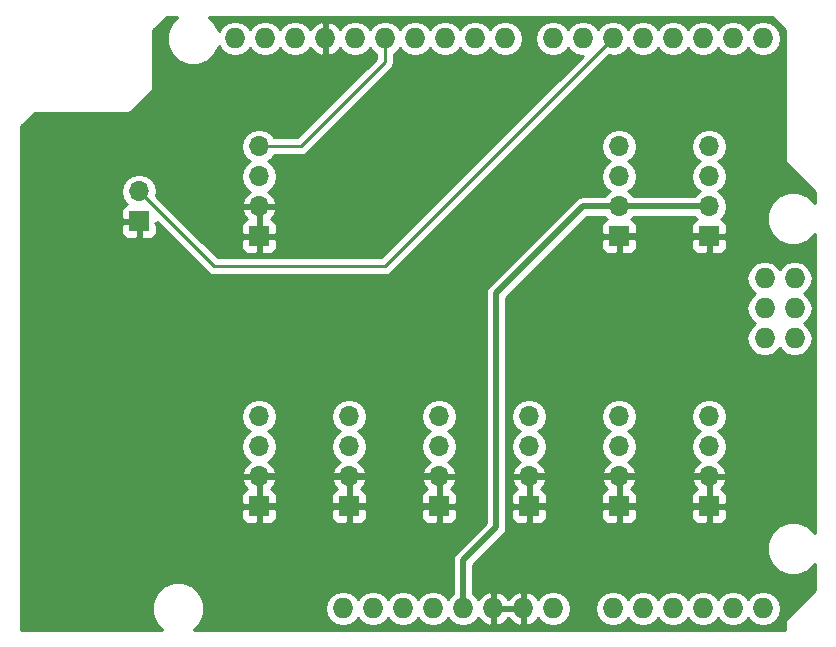
<source format=gbl>
G04 #@! TF.FileFunction,Copper,L2,Bot,Signal*
%FSLAX46Y46*%
G04 Gerber Fmt 4.6, Leading zero omitted, Abs format (unit mm)*
G04 Created by KiCad (PCBNEW 4.0.7) date 05/06/19 16:36:02*
%MOMM*%
%LPD*%
G01*
G04 APERTURE LIST*
%ADD10C,0.100000*%
%ADD11R,1.700000X1.700000*%
%ADD12O,1.700000X1.700000*%
%ADD13O,1.727200X1.727200*%
%ADD14C,0.500000*%
%ADD15C,0.250000*%
%ADD16C,0.254000*%
G04 APERTURE END LIST*
D10*
D11*
X157480000Y-67310000D03*
D12*
X157480000Y-64770000D03*
D11*
X205740000Y-91440000D03*
D12*
X205740000Y-88900000D03*
X205740000Y-86360000D03*
X205740000Y-83820000D03*
D11*
X205740000Y-68580000D03*
D12*
X205740000Y-66040000D03*
X205740000Y-63500000D03*
X205740000Y-60960000D03*
D11*
X198120000Y-68580000D03*
D12*
X198120000Y-66040000D03*
X198120000Y-63500000D03*
X198120000Y-60960000D03*
D11*
X167640000Y-68580000D03*
D12*
X167640000Y-66040000D03*
X167640000Y-63500000D03*
X167640000Y-60960000D03*
D11*
X167640000Y-91440000D03*
D12*
X167640000Y-88900000D03*
X167640000Y-86360000D03*
X167640000Y-83820000D03*
D11*
X175260000Y-91440000D03*
D12*
X175260000Y-88900000D03*
X175260000Y-86360000D03*
X175260000Y-83820000D03*
D11*
X182880000Y-91440000D03*
D12*
X182880000Y-88900000D03*
X182880000Y-86360000D03*
X182880000Y-83820000D03*
D11*
X190500000Y-91440000D03*
D12*
X190500000Y-88900000D03*
X190500000Y-86360000D03*
X190500000Y-83820000D03*
D11*
X198120000Y-91440000D03*
D12*
X198120000Y-88900000D03*
X198120000Y-86360000D03*
X198120000Y-83820000D03*
D13*
X210439000Y-77216000D03*
X212979000Y-77216000D03*
X212979000Y-74676000D03*
X210439000Y-74676000D03*
X212979000Y-72136000D03*
X197612000Y-100076000D03*
X192532000Y-100076000D03*
X189992000Y-100076000D03*
X187452000Y-100076000D03*
X184912000Y-100076000D03*
X182372000Y-100076000D03*
X179832000Y-100076000D03*
X177292000Y-100076000D03*
X210312000Y-51816000D03*
X207772000Y-51816000D03*
X205232000Y-51816000D03*
X202692000Y-51816000D03*
X200152000Y-51816000D03*
X197612000Y-51816000D03*
X195072000Y-51816000D03*
X192532000Y-51816000D03*
X173228000Y-51816000D03*
X188468000Y-51816000D03*
X185928000Y-51816000D03*
X183388000Y-51816000D03*
X165608000Y-51816000D03*
X168148000Y-51816000D03*
X170688000Y-51816000D03*
X175768000Y-51816000D03*
X178308000Y-51816000D03*
X180848000Y-51816000D03*
X174752000Y-100076000D03*
X200152000Y-100076000D03*
X202692000Y-100076000D03*
X205232000Y-100076000D03*
X207772000Y-100076000D03*
X210312000Y-100076000D03*
X210439000Y-72136000D03*
D14*
X198120000Y-68580000D02*
X199470000Y-68580000D01*
X199470000Y-68580000D02*
X205740000Y-68580000D01*
X198120000Y-91440000D02*
X205740000Y-91440000D01*
X198120000Y-88900000D02*
X205740000Y-88900000D01*
X190500000Y-88900000D02*
X191702081Y-88900000D01*
X191702081Y-88900000D02*
X198120000Y-88900000D01*
X190500000Y-91440000D02*
X191850000Y-91440000D01*
X191850000Y-91440000D02*
X198120000Y-91440000D01*
X175260000Y-91440000D02*
X182880000Y-91440000D01*
X175260000Y-88900000D02*
X176462081Y-88900000D01*
X176462081Y-88900000D02*
X182880000Y-88900000D01*
X167640000Y-88900000D02*
X168842081Y-88900000D01*
X168842081Y-88900000D02*
X175260000Y-88900000D01*
X167640000Y-91440000D02*
X168990000Y-91440000D01*
X168990000Y-91440000D02*
X175260000Y-91440000D01*
X198120000Y-66040000D02*
X205740000Y-66040000D01*
X198120000Y-66040000D02*
X195072000Y-66040000D01*
X195072000Y-66040000D02*
X187706000Y-73406000D01*
X184912000Y-96012000D02*
X184912000Y-100076000D01*
X187706000Y-73406000D02*
X187706000Y-93218000D01*
X187706000Y-93218000D02*
X184912000Y-96012000D01*
D15*
X178308000Y-51816000D02*
X178308000Y-53848000D01*
X178308000Y-53848000D02*
X171196000Y-60960000D01*
X171196000Y-60960000D02*
X170180000Y-60960000D01*
X170180000Y-60960000D02*
X167640000Y-60960000D01*
X197612000Y-51816000D02*
X178308000Y-71120000D01*
X178308000Y-71120000D02*
X163830000Y-71120000D01*
X163830000Y-71120000D02*
X162814000Y-70104000D01*
X162814000Y-70104000D02*
X157480000Y-64770000D01*
D16*
G36*
X160158364Y-50548321D02*
X159817389Y-51369481D01*
X159816613Y-52258619D01*
X160156155Y-53080372D01*
X160784321Y-53709636D01*
X161605481Y-54050611D01*
X162494619Y-54051387D01*
X163316372Y-53711845D01*
X163945636Y-53083679D01*
X164218645Y-52426200D01*
X164518971Y-52875670D01*
X165005152Y-53200526D01*
X165578641Y-53314600D01*
X165637359Y-53314600D01*
X166210848Y-53200526D01*
X166697029Y-52875670D01*
X166878000Y-52604828D01*
X167058971Y-52875670D01*
X167545152Y-53200526D01*
X168118641Y-53314600D01*
X168177359Y-53314600D01*
X168750848Y-53200526D01*
X169237029Y-52875670D01*
X169418000Y-52604828D01*
X169598971Y-52875670D01*
X170085152Y-53200526D01*
X170658641Y-53314600D01*
X170717359Y-53314600D01*
X171290848Y-53200526D01*
X171777029Y-52875670D01*
X171957992Y-52604839D01*
X172339510Y-53022821D01*
X172868973Y-53270968D01*
X173101000Y-53150469D01*
X173101000Y-51943000D01*
X173081000Y-51943000D01*
X173081000Y-51689000D01*
X173101000Y-51689000D01*
X173101000Y-50481531D01*
X172868973Y-50361032D01*
X172339510Y-50609179D01*
X171957992Y-51027161D01*
X171777029Y-50756330D01*
X171290848Y-50431474D01*
X170717359Y-50317400D01*
X170658641Y-50317400D01*
X170085152Y-50431474D01*
X169598971Y-50756330D01*
X169418000Y-51027172D01*
X169237029Y-50756330D01*
X168750848Y-50431474D01*
X168177359Y-50317400D01*
X168118641Y-50317400D01*
X167545152Y-50431474D01*
X167058971Y-50756330D01*
X166878000Y-51027172D01*
X166697029Y-50756330D01*
X166210848Y-50431474D01*
X165637359Y-50317400D01*
X165578641Y-50317400D01*
X165005152Y-50431474D01*
X164518971Y-50756330D01*
X164218335Y-51206263D01*
X163947845Y-50551628D01*
X163383204Y-49986000D01*
X211033908Y-49986000D01*
X212142000Y-51094091D01*
X212142000Y-61976000D01*
X212196046Y-62247705D01*
X212349954Y-62478046D01*
X214682000Y-64810091D01*
X214682000Y-65725668D01*
X214119679Y-65162364D01*
X213298519Y-64821389D01*
X212409381Y-64820613D01*
X211587628Y-65160155D01*
X210958364Y-65788321D01*
X210617389Y-66609481D01*
X210616613Y-67498619D01*
X210956155Y-68320372D01*
X211584321Y-68949636D01*
X212405481Y-69290611D01*
X213294619Y-69291387D01*
X214116372Y-68951845D01*
X214682000Y-68387204D01*
X214682000Y-93665668D01*
X214119679Y-93102364D01*
X213298519Y-92761389D01*
X212409381Y-92760613D01*
X211587628Y-93100155D01*
X210958364Y-93728321D01*
X210617389Y-94549481D01*
X210616613Y-95438619D01*
X210956155Y-96260372D01*
X211584321Y-96889636D01*
X212405481Y-97230611D01*
X213294619Y-97231387D01*
X214116372Y-96891845D01*
X214682000Y-96327204D01*
X214682000Y-98511909D01*
X212349954Y-100843954D01*
X212196046Y-101074295D01*
X212142000Y-101346000D01*
X212142000Y-101906000D01*
X162112332Y-101906000D01*
X162675636Y-101343679D01*
X163016611Y-100522519D01*
X163017000Y-100076000D01*
X173224041Y-100076000D01*
X173338115Y-100649489D01*
X173662971Y-101135670D01*
X174149152Y-101460526D01*
X174722641Y-101574600D01*
X174781359Y-101574600D01*
X175354848Y-101460526D01*
X175841029Y-101135670D01*
X176022000Y-100864828D01*
X176202971Y-101135670D01*
X176689152Y-101460526D01*
X177262641Y-101574600D01*
X177321359Y-101574600D01*
X177894848Y-101460526D01*
X178381029Y-101135670D01*
X178562000Y-100864828D01*
X178742971Y-101135670D01*
X179229152Y-101460526D01*
X179802641Y-101574600D01*
X179861359Y-101574600D01*
X180434848Y-101460526D01*
X180921029Y-101135670D01*
X181102000Y-100864828D01*
X181282971Y-101135670D01*
X181769152Y-101460526D01*
X182342641Y-101574600D01*
X182401359Y-101574600D01*
X182974848Y-101460526D01*
X183461029Y-101135670D01*
X183642000Y-100864828D01*
X183822971Y-101135670D01*
X184309152Y-101460526D01*
X184882641Y-101574600D01*
X184941359Y-101574600D01*
X185514848Y-101460526D01*
X186001029Y-101135670D01*
X186181992Y-100864839D01*
X186563510Y-101282821D01*
X187092973Y-101530968D01*
X187325000Y-101410469D01*
X187325000Y-100203000D01*
X187579000Y-100203000D01*
X187579000Y-101410469D01*
X187811027Y-101530968D01*
X188340490Y-101282821D01*
X188722000Y-100864848D01*
X189103510Y-101282821D01*
X189632973Y-101530968D01*
X189865000Y-101410469D01*
X189865000Y-100203000D01*
X187579000Y-100203000D01*
X187325000Y-100203000D01*
X187305000Y-100203000D01*
X187305000Y-99949000D01*
X187325000Y-99949000D01*
X187325000Y-98741531D01*
X187579000Y-98741531D01*
X187579000Y-99949000D01*
X189865000Y-99949000D01*
X189865000Y-98741531D01*
X190119000Y-98741531D01*
X190119000Y-99949000D01*
X190139000Y-99949000D01*
X190139000Y-100203000D01*
X190119000Y-100203000D01*
X190119000Y-101410469D01*
X190351027Y-101530968D01*
X190880490Y-101282821D01*
X191262008Y-100864839D01*
X191442971Y-101135670D01*
X191929152Y-101460526D01*
X192502641Y-101574600D01*
X192561359Y-101574600D01*
X193134848Y-101460526D01*
X193621029Y-101135670D01*
X193945885Y-100649489D01*
X194059959Y-100076000D01*
X196084041Y-100076000D01*
X196198115Y-100649489D01*
X196522971Y-101135670D01*
X197009152Y-101460526D01*
X197582641Y-101574600D01*
X197641359Y-101574600D01*
X198214848Y-101460526D01*
X198701029Y-101135670D01*
X198882000Y-100864828D01*
X199062971Y-101135670D01*
X199549152Y-101460526D01*
X200122641Y-101574600D01*
X200181359Y-101574600D01*
X200754848Y-101460526D01*
X201241029Y-101135670D01*
X201422000Y-100864828D01*
X201602971Y-101135670D01*
X202089152Y-101460526D01*
X202662641Y-101574600D01*
X202721359Y-101574600D01*
X203294848Y-101460526D01*
X203781029Y-101135670D01*
X203962000Y-100864828D01*
X204142971Y-101135670D01*
X204629152Y-101460526D01*
X205202641Y-101574600D01*
X205261359Y-101574600D01*
X205834848Y-101460526D01*
X206321029Y-101135670D01*
X206502000Y-100864828D01*
X206682971Y-101135670D01*
X207169152Y-101460526D01*
X207742641Y-101574600D01*
X207801359Y-101574600D01*
X208374848Y-101460526D01*
X208861029Y-101135670D01*
X209042000Y-100864828D01*
X209222971Y-101135670D01*
X209709152Y-101460526D01*
X210282641Y-101574600D01*
X210341359Y-101574600D01*
X210914848Y-101460526D01*
X211401029Y-101135670D01*
X211725885Y-100649489D01*
X211839959Y-100076000D01*
X211725885Y-99502511D01*
X211401029Y-99016330D01*
X210914848Y-98691474D01*
X210341359Y-98577400D01*
X210282641Y-98577400D01*
X209709152Y-98691474D01*
X209222971Y-99016330D01*
X209042000Y-99287172D01*
X208861029Y-99016330D01*
X208374848Y-98691474D01*
X207801359Y-98577400D01*
X207742641Y-98577400D01*
X207169152Y-98691474D01*
X206682971Y-99016330D01*
X206502000Y-99287172D01*
X206321029Y-99016330D01*
X205834848Y-98691474D01*
X205261359Y-98577400D01*
X205202641Y-98577400D01*
X204629152Y-98691474D01*
X204142971Y-99016330D01*
X203962000Y-99287172D01*
X203781029Y-99016330D01*
X203294848Y-98691474D01*
X202721359Y-98577400D01*
X202662641Y-98577400D01*
X202089152Y-98691474D01*
X201602971Y-99016330D01*
X201422000Y-99287172D01*
X201241029Y-99016330D01*
X200754848Y-98691474D01*
X200181359Y-98577400D01*
X200122641Y-98577400D01*
X199549152Y-98691474D01*
X199062971Y-99016330D01*
X198882000Y-99287172D01*
X198701029Y-99016330D01*
X198214848Y-98691474D01*
X197641359Y-98577400D01*
X197582641Y-98577400D01*
X197009152Y-98691474D01*
X196522971Y-99016330D01*
X196198115Y-99502511D01*
X196084041Y-100076000D01*
X194059959Y-100076000D01*
X193945885Y-99502511D01*
X193621029Y-99016330D01*
X193134848Y-98691474D01*
X192561359Y-98577400D01*
X192502641Y-98577400D01*
X191929152Y-98691474D01*
X191442971Y-99016330D01*
X191262008Y-99287161D01*
X190880490Y-98869179D01*
X190351027Y-98621032D01*
X190119000Y-98741531D01*
X189865000Y-98741531D01*
X189632973Y-98621032D01*
X189103510Y-98869179D01*
X188722000Y-99287152D01*
X188340490Y-98869179D01*
X187811027Y-98621032D01*
X187579000Y-98741531D01*
X187325000Y-98741531D01*
X187092973Y-98621032D01*
X186563510Y-98869179D01*
X186181992Y-99287161D01*
X186001029Y-99016330D01*
X185797000Y-98880002D01*
X185797000Y-96378580D01*
X188331787Y-93843792D01*
X188331790Y-93843790D01*
X188523633Y-93556675D01*
X188534810Y-93500484D01*
X188591001Y-93218000D01*
X188591000Y-93217995D01*
X188591000Y-91725750D01*
X189015000Y-91725750D01*
X189015000Y-92416310D01*
X189111673Y-92649699D01*
X189290302Y-92828327D01*
X189523691Y-92925000D01*
X190214250Y-92925000D01*
X190373000Y-92766250D01*
X190373000Y-91567000D01*
X190627000Y-91567000D01*
X190627000Y-92766250D01*
X190785750Y-92925000D01*
X191476309Y-92925000D01*
X191709698Y-92828327D01*
X191888327Y-92649699D01*
X191985000Y-92416310D01*
X191985000Y-91725750D01*
X196635000Y-91725750D01*
X196635000Y-92416310D01*
X196731673Y-92649699D01*
X196910302Y-92828327D01*
X197143691Y-92925000D01*
X197834250Y-92925000D01*
X197993000Y-92766250D01*
X197993000Y-91567000D01*
X198247000Y-91567000D01*
X198247000Y-92766250D01*
X198405750Y-92925000D01*
X199096309Y-92925000D01*
X199329698Y-92828327D01*
X199508327Y-92649699D01*
X199605000Y-92416310D01*
X199605000Y-91725750D01*
X204255000Y-91725750D01*
X204255000Y-92416310D01*
X204351673Y-92649699D01*
X204530302Y-92828327D01*
X204763691Y-92925000D01*
X205454250Y-92925000D01*
X205613000Y-92766250D01*
X205613000Y-91567000D01*
X205867000Y-91567000D01*
X205867000Y-92766250D01*
X206025750Y-92925000D01*
X206716309Y-92925000D01*
X206949698Y-92828327D01*
X207128327Y-92649699D01*
X207225000Y-92416310D01*
X207225000Y-91725750D01*
X207066250Y-91567000D01*
X205867000Y-91567000D01*
X205613000Y-91567000D01*
X204413750Y-91567000D01*
X204255000Y-91725750D01*
X199605000Y-91725750D01*
X199446250Y-91567000D01*
X198247000Y-91567000D01*
X197993000Y-91567000D01*
X196793750Y-91567000D01*
X196635000Y-91725750D01*
X191985000Y-91725750D01*
X191826250Y-91567000D01*
X190627000Y-91567000D01*
X190373000Y-91567000D01*
X189173750Y-91567000D01*
X189015000Y-91725750D01*
X188591000Y-91725750D01*
X188591000Y-90463690D01*
X189015000Y-90463690D01*
X189015000Y-91154250D01*
X189173750Y-91313000D01*
X190373000Y-91313000D01*
X190373000Y-89027000D01*
X190627000Y-89027000D01*
X190627000Y-91313000D01*
X191826250Y-91313000D01*
X191985000Y-91154250D01*
X191985000Y-90463690D01*
X196635000Y-90463690D01*
X196635000Y-91154250D01*
X196793750Y-91313000D01*
X197993000Y-91313000D01*
X197993000Y-89027000D01*
X198247000Y-89027000D01*
X198247000Y-91313000D01*
X199446250Y-91313000D01*
X199605000Y-91154250D01*
X199605000Y-90463690D01*
X204255000Y-90463690D01*
X204255000Y-91154250D01*
X204413750Y-91313000D01*
X205613000Y-91313000D01*
X205613000Y-89027000D01*
X205867000Y-89027000D01*
X205867000Y-91313000D01*
X207066250Y-91313000D01*
X207225000Y-91154250D01*
X207225000Y-90463690D01*
X207128327Y-90230301D01*
X206949698Y-90051673D01*
X206740122Y-89964864D01*
X207011645Y-89666924D01*
X207181476Y-89256890D01*
X207060155Y-89027000D01*
X205867000Y-89027000D01*
X205613000Y-89027000D01*
X204419845Y-89027000D01*
X204298524Y-89256890D01*
X204468355Y-89666924D01*
X204739878Y-89964864D01*
X204530302Y-90051673D01*
X204351673Y-90230301D01*
X204255000Y-90463690D01*
X199605000Y-90463690D01*
X199508327Y-90230301D01*
X199329698Y-90051673D01*
X199120122Y-89964864D01*
X199391645Y-89666924D01*
X199561476Y-89256890D01*
X199440155Y-89027000D01*
X198247000Y-89027000D01*
X197993000Y-89027000D01*
X196799845Y-89027000D01*
X196678524Y-89256890D01*
X196848355Y-89666924D01*
X197119878Y-89964864D01*
X196910302Y-90051673D01*
X196731673Y-90230301D01*
X196635000Y-90463690D01*
X191985000Y-90463690D01*
X191888327Y-90230301D01*
X191709698Y-90051673D01*
X191500122Y-89964864D01*
X191771645Y-89666924D01*
X191941476Y-89256890D01*
X191820155Y-89027000D01*
X190627000Y-89027000D01*
X190373000Y-89027000D01*
X189179845Y-89027000D01*
X189058524Y-89256890D01*
X189228355Y-89666924D01*
X189499878Y-89964864D01*
X189290302Y-90051673D01*
X189111673Y-90230301D01*
X189015000Y-90463690D01*
X188591000Y-90463690D01*
X188591000Y-83820000D01*
X188985907Y-83820000D01*
X189098946Y-84388285D01*
X189420853Y-84870054D01*
X189750026Y-85090000D01*
X189420853Y-85309946D01*
X189098946Y-85791715D01*
X188985907Y-86360000D01*
X189098946Y-86928285D01*
X189420853Y-87410054D01*
X189761553Y-87637702D01*
X189618642Y-87704817D01*
X189228355Y-88133076D01*
X189058524Y-88543110D01*
X189179845Y-88773000D01*
X190373000Y-88773000D01*
X190373000Y-88753000D01*
X190627000Y-88753000D01*
X190627000Y-88773000D01*
X191820155Y-88773000D01*
X191941476Y-88543110D01*
X191771645Y-88133076D01*
X191381358Y-87704817D01*
X191238447Y-87637702D01*
X191579147Y-87410054D01*
X191901054Y-86928285D01*
X192014093Y-86360000D01*
X191901054Y-85791715D01*
X191579147Y-85309946D01*
X191249974Y-85090000D01*
X191579147Y-84870054D01*
X191901054Y-84388285D01*
X192014093Y-83820000D01*
X196605907Y-83820000D01*
X196718946Y-84388285D01*
X197040853Y-84870054D01*
X197370026Y-85090000D01*
X197040853Y-85309946D01*
X196718946Y-85791715D01*
X196605907Y-86360000D01*
X196718946Y-86928285D01*
X197040853Y-87410054D01*
X197381553Y-87637702D01*
X197238642Y-87704817D01*
X196848355Y-88133076D01*
X196678524Y-88543110D01*
X196799845Y-88773000D01*
X197993000Y-88773000D01*
X197993000Y-88753000D01*
X198247000Y-88753000D01*
X198247000Y-88773000D01*
X199440155Y-88773000D01*
X199561476Y-88543110D01*
X199391645Y-88133076D01*
X199001358Y-87704817D01*
X198858447Y-87637702D01*
X199199147Y-87410054D01*
X199521054Y-86928285D01*
X199634093Y-86360000D01*
X199521054Y-85791715D01*
X199199147Y-85309946D01*
X198869974Y-85090000D01*
X199199147Y-84870054D01*
X199521054Y-84388285D01*
X199634093Y-83820000D01*
X204225907Y-83820000D01*
X204338946Y-84388285D01*
X204660853Y-84870054D01*
X204990026Y-85090000D01*
X204660853Y-85309946D01*
X204338946Y-85791715D01*
X204225907Y-86360000D01*
X204338946Y-86928285D01*
X204660853Y-87410054D01*
X205001553Y-87637702D01*
X204858642Y-87704817D01*
X204468355Y-88133076D01*
X204298524Y-88543110D01*
X204419845Y-88773000D01*
X205613000Y-88773000D01*
X205613000Y-88753000D01*
X205867000Y-88753000D01*
X205867000Y-88773000D01*
X207060155Y-88773000D01*
X207181476Y-88543110D01*
X207011645Y-88133076D01*
X206621358Y-87704817D01*
X206478447Y-87637702D01*
X206819147Y-87410054D01*
X207141054Y-86928285D01*
X207254093Y-86360000D01*
X207141054Y-85791715D01*
X206819147Y-85309946D01*
X206489974Y-85090000D01*
X206819147Y-84870054D01*
X207141054Y-84388285D01*
X207254093Y-83820000D01*
X207141054Y-83251715D01*
X206819147Y-82769946D01*
X206337378Y-82448039D01*
X205769093Y-82335000D01*
X205710907Y-82335000D01*
X205142622Y-82448039D01*
X204660853Y-82769946D01*
X204338946Y-83251715D01*
X204225907Y-83820000D01*
X199634093Y-83820000D01*
X199521054Y-83251715D01*
X199199147Y-82769946D01*
X198717378Y-82448039D01*
X198149093Y-82335000D01*
X198090907Y-82335000D01*
X197522622Y-82448039D01*
X197040853Y-82769946D01*
X196718946Y-83251715D01*
X196605907Y-83820000D01*
X192014093Y-83820000D01*
X191901054Y-83251715D01*
X191579147Y-82769946D01*
X191097378Y-82448039D01*
X190529093Y-82335000D01*
X190470907Y-82335000D01*
X189902622Y-82448039D01*
X189420853Y-82769946D01*
X189098946Y-83251715D01*
X188985907Y-83820000D01*
X188591000Y-83820000D01*
X188591000Y-73772580D01*
X190227579Y-72136000D01*
X208911041Y-72136000D01*
X209025115Y-72709489D01*
X209349971Y-73195670D01*
X209664752Y-73406000D01*
X209349971Y-73616330D01*
X209025115Y-74102511D01*
X208911041Y-74676000D01*
X209025115Y-75249489D01*
X209349971Y-75735670D01*
X209664752Y-75946000D01*
X209349971Y-76156330D01*
X209025115Y-76642511D01*
X208911041Y-77216000D01*
X209025115Y-77789489D01*
X209349971Y-78275670D01*
X209836152Y-78600526D01*
X210409641Y-78714600D01*
X210468359Y-78714600D01*
X211041848Y-78600526D01*
X211528029Y-78275670D01*
X211709000Y-78004828D01*
X211889971Y-78275670D01*
X212376152Y-78600526D01*
X212949641Y-78714600D01*
X213008359Y-78714600D01*
X213581848Y-78600526D01*
X214068029Y-78275670D01*
X214392885Y-77789489D01*
X214506959Y-77216000D01*
X214392885Y-76642511D01*
X214068029Y-76156330D01*
X213753248Y-75946000D01*
X214068029Y-75735670D01*
X214392885Y-75249489D01*
X214506959Y-74676000D01*
X214392885Y-74102511D01*
X214068029Y-73616330D01*
X213753248Y-73406000D01*
X214068029Y-73195670D01*
X214392885Y-72709489D01*
X214506959Y-72136000D01*
X214392885Y-71562511D01*
X214068029Y-71076330D01*
X213581848Y-70751474D01*
X213008359Y-70637400D01*
X212949641Y-70637400D01*
X212376152Y-70751474D01*
X211889971Y-71076330D01*
X211709000Y-71347172D01*
X211528029Y-71076330D01*
X211041848Y-70751474D01*
X210468359Y-70637400D01*
X210409641Y-70637400D01*
X209836152Y-70751474D01*
X209349971Y-71076330D01*
X209025115Y-71562511D01*
X208911041Y-72136000D01*
X190227579Y-72136000D01*
X193497829Y-68865750D01*
X196635000Y-68865750D01*
X196635000Y-69556310D01*
X196731673Y-69789699D01*
X196910302Y-69968327D01*
X197143691Y-70065000D01*
X197834250Y-70065000D01*
X197993000Y-69906250D01*
X197993000Y-68707000D01*
X198247000Y-68707000D01*
X198247000Y-69906250D01*
X198405750Y-70065000D01*
X199096309Y-70065000D01*
X199329698Y-69968327D01*
X199508327Y-69789699D01*
X199605000Y-69556310D01*
X199605000Y-68865750D01*
X204255000Y-68865750D01*
X204255000Y-69556310D01*
X204351673Y-69789699D01*
X204530302Y-69968327D01*
X204763691Y-70065000D01*
X205454250Y-70065000D01*
X205613000Y-69906250D01*
X205613000Y-68707000D01*
X205867000Y-68707000D01*
X205867000Y-69906250D01*
X206025750Y-70065000D01*
X206716309Y-70065000D01*
X206949698Y-69968327D01*
X207128327Y-69789699D01*
X207225000Y-69556310D01*
X207225000Y-68865750D01*
X207066250Y-68707000D01*
X205867000Y-68707000D01*
X205613000Y-68707000D01*
X204413750Y-68707000D01*
X204255000Y-68865750D01*
X199605000Y-68865750D01*
X199446250Y-68707000D01*
X198247000Y-68707000D01*
X197993000Y-68707000D01*
X196793750Y-68707000D01*
X196635000Y-68865750D01*
X193497829Y-68865750D01*
X195438579Y-66925000D01*
X196930568Y-66925000D01*
X197040853Y-67090054D01*
X197084777Y-67119403D01*
X196910302Y-67191673D01*
X196731673Y-67370301D01*
X196635000Y-67603690D01*
X196635000Y-68294250D01*
X196793750Y-68453000D01*
X197993000Y-68453000D01*
X197993000Y-68433000D01*
X198247000Y-68433000D01*
X198247000Y-68453000D01*
X199446250Y-68453000D01*
X199605000Y-68294250D01*
X199605000Y-67603690D01*
X199508327Y-67370301D01*
X199329698Y-67191673D01*
X199155223Y-67119403D01*
X199199147Y-67090054D01*
X199309432Y-66925000D01*
X204550568Y-66925000D01*
X204660853Y-67090054D01*
X204704777Y-67119403D01*
X204530302Y-67191673D01*
X204351673Y-67370301D01*
X204255000Y-67603690D01*
X204255000Y-68294250D01*
X204413750Y-68453000D01*
X205613000Y-68453000D01*
X205613000Y-68433000D01*
X205867000Y-68433000D01*
X205867000Y-68453000D01*
X207066250Y-68453000D01*
X207225000Y-68294250D01*
X207225000Y-67603690D01*
X207128327Y-67370301D01*
X206949698Y-67191673D01*
X206775223Y-67119403D01*
X206819147Y-67090054D01*
X207141054Y-66608285D01*
X207254093Y-66040000D01*
X207141054Y-65471715D01*
X206819147Y-64989946D01*
X206489974Y-64770000D01*
X206819147Y-64550054D01*
X207141054Y-64068285D01*
X207254093Y-63500000D01*
X207141054Y-62931715D01*
X206819147Y-62449946D01*
X206489974Y-62230000D01*
X206819147Y-62010054D01*
X207141054Y-61528285D01*
X207254093Y-60960000D01*
X207141054Y-60391715D01*
X206819147Y-59909946D01*
X206337378Y-59588039D01*
X205769093Y-59475000D01*
X205710907Y-59475000D01*
X205142622Y-59588039D01*
X204660853Y-59909946D01*
X204338946Y-60391715D01*
X204225907Y-60960000D01*
X204338946Y-61528285D01*
X204660853Y-62010054D01*
X204990026Y-62230000D01*
X204660853Y-62449946D01*
X204338946Y-62931715D01*
X204225907Y-63500000D01*
X204338946Y-64068285D01*
X204660853Y-64550054D01*
X204990026Y-64770000D01*
X204660853Y-64989946D01*
X204550568Y-65155000D01*
X199309432Y-65155000D01*
X199199147Y-64989946D01*
X198869974Y-64770000D01*
X199199147Y-64550054D01*
X199521054Y-64068285D01*
X199634093Y-63500000D01*
X199521054Y-62931715D01*
X199199147Y-62449946D01*
X198869974Y-62230000D01*
X199199147Y-62010054D01*
X199521054Y-61528285D01*
X199634093Y-60960000D01*
X199521054Y-60391715D01*
X199199147Y-59909946D01*
X198717378Y-59588039D01*
X198149093Y-59475000D01*
X198090907Y-59475000D01*
X197522622Y-59588039D01*
X197040853Y-59909946D01*
X196718946Y-60391715D01*
X196605907Y-60960000D01*
X196718946Y-61528285D01*
X197040853Y-62010054D01*
X197370026Y-62230000D01*
X197040853Y-62449946D01*
X196718946Y-62931715D01*
X196605907Y-63500000D01*
X196718946Y-64068285D01*
X197040853Y-64550054D01*
X197370026Y-64770000D01*
X197040853Y-64989946D01*
X196930568Y-65155000D01*
X195072005Y-65155000D01*
X195072000Y-65154999D01*
X194733325Y-65222367D01*
X194446210Y-65414210D01*
X194446208Y-65414213D01*
X187080210Y-72780210D01*
X186888367Y-73067325D01*
X186888367Y-73067326D01*
X186820999Y-73406000D01*
X186821000Y-73406005D01*
X186821000Y-92851421D01*
X184286210Y-95386210D01*
X184094367Y-95673325D01*
X184094367Y-95673326D01*
X184026999Y-96012000D01*
X184027000Y-96012005D01*
X184027000Y-98880002D01*
X183822971Y-99016330D01*
X183642000Y-99287172D01*
X183461029Y-99016330D01*
X182974848Y-98691474D01*
X182401359Y-98577400D01*
X182342641Y-98577400D01*
X181769152Y-98691474D01*
X181282971Y-99016330D01*
X181102000Y-99287172D01*
X180921029Y-99016330D01*
X180434848Y-98691474D01*
X179861359Y-98577400D01*
X179802641Y-98577400D01*
X179229152Y-98691474D01*
X178742971Y-99016330D01*
X178562000Y-99287172D01*
X178381029Y-99016330D01*
X177894848Y-98691474D01*
X177321359Y-98577400D01*
X177262641Y-98577400D01*
X176689152Y-98691474D01*
X176202971Y-99016330D01*
X176022000Y-99287172D01*
X175841029Y-99016330D01*
X175354848Y-98691474D01*
X174781359Y-98577400D01*
X174722641Y-98577400D01*
X174149152Y-98691474D01*
X173662971Y-99016330D01*
X173338115Y-99502511D01*
X173224041Y-100076000D01*
X163017000Y-100076000D01*
X163017387Y-99633381D01*
X162677845Y-98811628D01*
X162049679Y-98182364D01*
X161228519Y-97841389D01*
X160339381Y-97840613D01*
X159517628Y-98180155D01*
X158888364Y-98808321D01*
X158547389Y-99629481D01*
X158546613Y-100518619D01*
X158886155Y-101340372D01*
X159450796Y-101906000D01*
X147522000Y-101906000D01*
X147522000Y-91725750D01*
X166155000Y-91725750D01*
X166155000Y-92416310D01*
X166251673Y-92649699D01*
X166430302Y-92828327D01*
X166663691Y-92925000D01*
X167354250Y-92925000D01*
X167513000Y-92766250D01*
X167513000Y-91567000D01*
X167767000Y-91567000D01*
X167767000Y-92766250D01*
X167925750Y-92925000D01*
X168616309Y-92925000D01*
X168849698Y-92828327D01*
X169028327Y-92649699D01*
X169125000Y-92416310D01*
X169125000Y-91725750D01*
X173775000Y-91725750D01*
X173775000Y-92416310D01*
X173871673Y-92649699D01*
X174050302Y-92828327D01*
X174283691Y-92925000D01*
X174974250Y-92925000D01*
X175133000Y-92766250D01*
X175133000Y-91567000D01*
X175387000Y-91567000D01*
X175387000Y-92766250D01*
X175545750Y-92925000D01*
X176236309Y-92925000D01*
X176469698Y-92828327D01*
X176648327Y-92649699D01*
X176745000Y-92416310D01*
X176745000Y-91725750D01*
X181395000Y-91725750D01*
X181395000Y-92416310D01*
X181491673Y-92649699D01*
X181670302Y-92828327D01*
X181903691Y-92925000D01*
X182594250Y-92925000D01*
X182753000Y-92766250D01*
X182753000Y-91567000D01*
X183007000Y-91567000D01*
X183007000Y-92766250D01*
X183165750Y-92925000D01*
X183856309Y-92925000D01*
X184089698Y-92828327D01*
X184268327Y-92649699D01*
X184365000Y-92416310D01*
X184365000Y-91725750D01*
X184206250Y-91567000D01*
X183007000Y-91567000D01*
X182753000Y-91567000D01*
X181553750Y-91567000D01*
X181395000Y-91725750D01*
X176745000Y-91725750D01*
X176586250Y-91567000D01*
X175387000Y-91567000D01*
X175133000Y-91567000D01*
X173933750Y-91567000D01*
X173775000Y-91725750D01*
X169125000Y-91725750D01*
X168966250Y-91567000D01*
X167767000Y-91567000D01*
X167513000Y-91567000D01*
X166313750Y-91567000D01*
X166155000Y-91725750D01*
X147522000Y-91725750D01*
X147522000Y-90463690D01*
X166155000Y-90463690D01*
X166155000Y-91154250D01*
X166313750Y-91313000D01*
X167513000Y-91313000D01*
X167513000Y-89027000D01*
X167767000Y-89027000D01*
X167767000Y-91313000D01*
X168966250Y-91313000D01*
X169125000Y-91154250D01*
X169125000Y-90463690D01*
X173775000Y-90463690D01*
X173775000Y-91154250D01*
X173933750Y-91313000D01*
X175133000Y-91313000D01*
X175133000Y-89027000D01*
X175387000Y-89027000D01*
X175387000Y-91313000D01*
X176586250Y-91313000D01*
X176745000Y-91154250D01*
X176745000Y-90463690D01*
X181395000Y-90463690D01*
X181395000Y-91154250D01*
X181553750Y-91313000D01*
X182753000Y-91313000D01*
X182753000Y-89027000D01*
X183007000Y-89027000D01*
X183007000Y-91313000D01*
X184206250Y-91313000D01*
X184365000Y-91154250D01*
X184365000Y-90463690D01*
X184268327Y-90230301D01*
X184089698Y-90051673D01*
X183880122Y-89964864D01*
X184151645Y-89666924D01*
X184321476Y-89256890D01*
X184200155Y-89027000D01*
X183007000Y-89027000D01*
X182753000Y-89027000D01*
X181559845Y-89027000D01*
X181438524Y-89256890D01*
X181608355Y-89666924D01*
X181879878Y-89964864D01*
X181670302Y-90051673D01*
X181491673Y-90230301D01*
X181395000Y-90463690D01*
X176745000Y-90463690D01*
X176648327Y-90230301D01*
X176469698Y-90051673D01*
X176260122Y-89964864D01*
X176531645Y-89666924D01*
X176701476Y-89256890D01*
X176580155Y-89027000D01*
X175387000Y-89027000D01*
X175133000Y-89027000D01*
X173939845Y-89027000D01*
X173818524Y-89256890D01*
X173988355Y-89666924D01*
X174259878Y-89964864D01*
X174050302Y-90051673D01*
X173871673Y-90230301D01*
X173775000Y-90463690D01*
X169125000Y-90463690D01*
X169028327Y-90230301D01*
X168849698Y-90051673D01*
X168640122Y-89964864D01*
X168911645Y-89666924D01*
X169081476Y-89256890D01*
X168960155Y-89027000D01*
X167767000Y-89027000D01*
X167513000Y-89027000D01*
X166319845Y-89027000D01*
X166198524Y-89256890D01*
X166368355Y-89666924D01*
X166639878Y-89964864D01*
X166430302Y-90051673D01*
X166251673Y-90230301D01*
X166155000Y-90463690D01*
X147522000Y-90463690D01*
X147522000Y-83820000D01*
X166125907Y-83820000D01*
X166238946Y-84388285D01*
X166560853Y-84870054D01*
X166890026Y-85090000D01*
X166560853Y-85309946D01*
X166238946Y-85791715D01*
X166125907Y-86360000D01*
X166238946Y-86928285D01*
X166560853Y-87410054D01*
X166901553Y-87637702D01*
X166758642Y-87704817D01*
X166368355Y-88133076D01*
X166198524Y-88543110D01*
X166319845Y-88773000D01*
X167513000Y-88773000D01*
X167513000Y-88753000D01*
X167767000Y-88753000D01*
X167767000Y-88773000D01*
X168960155Y-88773000D01*
X169081476Y-88543110D01*
X168911645Y-88133076D01*
X168521358Y-87704817D01*
X168378447Y-87637702D01*
X168719147Y-87410054D01*
X169041054Y-86928285D01*
X169154093Y-86360000D01*
X169041054Y-85791715D01*
X168719147Y-85309946D01*
X168389974Y-85090000D01*
X168719147Y-84870054D01*
X169041054Y-84388285D01*
X169154093Y-83820000D01*
X173745907Y-83820000D01*
X173858946Y-84388285D01*
X174180853Y-84870054D01*
X174510026Y-85090000D01*
X174180853Y-85309946D01*
X173858946Y-85791715D01*
X173745907Y-86360000D01*
X173858946Y-86928285D01*
X174180853Y-87410054D01*
X174521553Y-87637702D01*
X174378642Y-87704817D01*
X173988355Y-88133076D01*
X173818524Y-88543110D01*
X173939845Y-88773000D01*
X175133000Y-88773000D01*
X175133000Y-88753000D01*
X175387000Y-88753000D01*
X175387000Y-88773000D01*
X176580155Y-88773000D01*
X176701476Y-88543110D01*
X176531645Y-88133076D01*
X176141358Y-87704817D01*
X175998447Y-87637702D01*
X176339147Y-87410054D01*
X176661054Y-86928285D01*
X176774093Y-86360000D01*
X176661054Y-85791715D01*
X176339147Y-85309946D01*
X176009974Y-85090000D01*
X176339147Y-84870054D01*
X176661054Y-84388285D01*
X176774093Y-83820000D01*
X181365907Y-83820000D01*
X181478946Y-84388285D01*
X181800853Y-84870054D01*
X182130026Y-85090000D01*
X181800853Y-85309946D01*
X181478946Y-85791715D01*
X181365907Y-86360000D01*
X181478946Y-86928285D01*
X181800853Y-87410054D01*
X182141553Y-87637702D01*
X181998642Y-87704817D01*
X181608355Y-88133076D01*
X181438524Y-88543110D01*
X181559845Y-88773000D01*
X182753000Y-88773000D01*
X182753000Y-88753000D01*
X183007000Y-88753000D01*
X183007000Y-88773000D01*
X184200155Y-88773000D01*
X184321476Y-88543110D01*
X184151645Y-88133076D01*
X183761358Y-87704817D01*
X183618447Y-87637702D01*
X183959147Y-87410054D01*
X184281054Y-86928285D01*
X184394093Y-86360000D01*
X184281054Y-85791715D01*
X183959147Y-85309946D01*
X183629974Y-85090000D01*
X183959147Y-84870054D01*
X184281054Y-84388285D01*
X184394093Y-83820000D01*
X184281054Y-83251715D01*
X183959147Y-82769946D01*
X183477378Y-82448039D01*
X182909093Y-82335000D01*
X182850907Y-82335000D01*
X182282622Y-82448039D01*
X181800853Y-82769946D01*
X181478946Y-83251715D01*
X181365907Y-83820000D01*
X176774093Y-83820000D01*
X176661054Y-83251715D01*
X176339147Y-82769946D01*
X175857378Y-82448039D01*
X175289093Y-82335000D01*
X175230907Y-82335000D01*
X174662622Y-82448039D01*
X174180853Y-82769946D01*
X173858946Y-83251715D01*
X173745907Y-83820000D01*
X169154093Y-83820000D01*
X169041054Y-83251715D01*
X168719147Y-82769946D01*
X168237378Y-82448039D01*
X167669093Y-82335000D01*
X167610907Y-82335000D01*
X167042622Y-82448039D01*
X166560853Y-82769946D01*
X166238946Y-83251715D01*
X166125907Y-83820000D01*
X147522000Y-83820000D01*
X147522000Y-67595750D01*
X155995000Y-67595750D01*
X155995000Y-68286310D01*
X156091673Y-68519699D01*
X156270302Y-68698327D01*
X156503691Y-68795000D01*
X157194250Y-68795000D01*
X157353000Y-68636250D01*
X157353000Y-67437000D01*
X156153750Y-67437000D01*
X155995000Y-67595750D01*
X147522000Y-67595750D01*
X147522000Y-64770000D01*
X155965907Y-64770000D01*
X156078946Y-65338285D01*
X156400853Y-65820054D01*
X156444777Y-65849403D01*
X156270302Y-65921673D01*
X156091673Y-66100301D01*
X155995000Y-66333690D01*
X155995000Y-67024250D01*
X156153750Y-67183000D01*
X157353000Y-67183000D01*
X157353000Y-67163000D01*
X157607000Y-67163000D01*
X157607000Y-67183000D01*
X157627000Y-67183000D01*
X157627000Y-67437000D01*
X157607000Y-67437000D01*
X157607000Y-68636250D01*
X157765750Y-68795000D01*
X158456309Y-68795000D01*
X158689698Y-68698327D01*
X158868327Y-68519699D01*
X158965000Y-68286310D01*
X158965000Y-67595750D01*
X158806252Y-67437002D01*
X158965000Y-67437002D01*
X158965000Y-67329802D01*
X163292599Y-71657401D01*
X163539161Y-71822148D01*
X163830000Y-71880000D01*
X178308000Y-71880000D01*
X178598839Y-71822148D01*
X178845401Y-71657401D01*
X197253644Y-53249158D01*
X197582641Y-53314600D01*
X197641359Y-53314600D01*
X198214848Y-53200526D01*
X198701029Y-52875670D01*
X198882000Y-52604828D01*
X199062971Y-52875670D01*
X199549152Y-53200526D01*
X200122641Y-53314600D01*
X200181359Y-53314600D01*
X200754848Y-53200526D01*
X201241029Y-52875670D01*
X201422000Y-52604828D01*
X201602971Y-52875670D01*
X202089152Y-53200526D01*
X202662641Y-53314600D01*
X202721359Y-53314600D01*
X203294848Y-53200526D01*
X203781029Y-52875670D01*
X203962000Y-52604828D01*
X204142971Y-52875670D01*
X204629152Y-53200526D01*
X205202641Y-53314600D01*
X205261359Y-53314600D01*
X205834848Y-53200526D01*
X206321029Y-52875670D01*
X206502000Y-52604828D01*
X206682971Y-52875670D01*
X207169152Y-53200526D01*
X207742641Y-53314600D01*
X207801359Y-53314600D01*
X208374848Y-53200526D01*
X208861029Y-52875670D01*
X209042000Y-52604828D01*
X209222971Y-52875670D01*
X209709152Y-53200526D01*
X210282641Y-53314600D01*
X210341359Y-53314600D01*
X210914848Y-53200526D01*
X211401029Y-52875670D01*
X211725885Y-52389489D01*
X211839959Y-51816000D01*
X211725885Y-51242511D01*
X211401029Y-50756330D01*
X210914848Y-50431474D01*
X210341359Y-50317400D01*
X210282641Y-50317400D01*
X209709152Y-50431474D01*
X209222971Y-50756330D01*
X209042000Y-51027172D01*
X208861029Y-50756330D01*
X208374848Y-50431474D01*
X207801359Y-50317400D01*
X207742641Y-50317400D01*
X207169152Y-50431474D01*
X206682971Y-50756330D01*
X206502000Y-51027172D01*
X206321029Y-50756330D01*
X205834848Y-50431474D01*
X205261359Y-50317400D01*
X205202641Y-50317400D01*
X204629152Y-50431474D01*
X204142971Y-50756330D01*
X203962000Y-51027172D01*
X203781029Y-50756330D01*
X203294848Y-50431474D01*
X202721359Y-50317400D01*
X202662641Y-50317400D01*
X202089152Y-50431474D01*
X201602971Y-50756330D01*
X201422000Y-51027172D01*
X201241029Y-50756330D01*
X200754848Y-50431474D01*
X200181359Y-50317400D01*
X200122641Y-50317400D01*
X199549152Y-50431474D01*
X199062971Y-50756330D01*
X198882000Y-51027172D01*
X198701029Y-50756330D01*
X198214848Y-50431474D01*
X197641359Y-50317400D01*
X197582641Y-50317400D01*
X197009152Y-50431474D01*
X196522971Y-50756330D01*
X196342000Y-51027172D01*
X196161029Y-50756330D01*
X195674848Y-50431474D01*
X195101359Y-50317400D01*
X195042641Y-50317400D01*
X194469152Y-50431474D01*
X193982971Y-50756330D01*
X193802000Y-51027172D01*
X193621029Y-50756330D01*
X193134848Y-50431474D01*
X192561359Y-50317400D01*
X192502641Y-50317400D01*
X191929152Y-50431474D01*
X191442971Y-50756330D01*
X191118115Y-51242511D01*
X191004041Y-51816000D01*
X191118115Y-52389489D01*
X191442971Y-52875670D01*
X191929152Y-53200526D01*
X192502641Y-53314600D01*
X192561359Y-53314600D01*
X193134848Y-53200526D01*
X193621029Y-52875670D01*
X193802000Y-52604828D01*
X193982971Y-52875670D01*
X194469152Y-53200526D01*
X195039269Y-53313929D01*
X177993198Y-70360000D01*
X164144802Y-70360000D01*
X162650552Y-68865750D01*
X166155000Y-68865750D01*
X166155000Y-69556310D01*
X166251673Y-69789699D01*
X166430302Y-69968327D01*
X166663691Y-70065000D01*
X167354250Y-70065000D01*
X167513000Y-69906250D01*
X167513000Y-68707000D01*
X167767000Y-68707000D01*
X167767000Y-69906250D01*
X167925750Y-70065000D01*
X168616309Y-70065000D01*
X168849698Y-69968327D01*
X169028327Y-69789699D01*
X169125000Y-69556310D01*
X169125000Y-68865750D01*
X168966250Y-68707000D01*
X167767000Y-68707000D01*
X167513000Y-68707000D01*
X166313750Y-68707000D01*
X166155000Y-68865750D01*
X162650552Y-68865750D01*
X161388492Y-67603690D01*
X166155000Y-67603690D01*
X166155000Y-68294250D01*
X166313750Y-68453000D01*
X167513000Y-68453000D01*
X167513000Y-66167000D01*
X167767000Y-66167000D01*
X167767000Y-68453000D01*
X168966250Y-68453000D01*
X169125000Y-68294250D01*
X169125000Y-67603690D01*
X169028327Y-67370301D01*
X168849698Y-67191673D01*
X168640122Y-67104864D01*
X168911645Y-66806924D01*
X169081476Y-66396890D01*
X168960155Y-66167000D01*
X167767000Y-66167000D01*
X167513000Y-66167000D01*
X166319845Y-66167000D01*
X166198524Y-66396890D01*
X166368355Y-66806924D01*
X166639878Y-67104864D01*
X166430302Y-67191673D01*
X166251673Y-67370301D01*
X166155000Y-67603690D01*
X161388492Y-67603690D01*
X158921210Y-65136408D01*
X158994093Y-64770000D01*
X158881054Y-64201715D01*
X158559147Y-63719946D01*
X158077378Y-63398039D01*
X157509093Y-63285000D01*
X157450907Y-63285000D01*
X156882622Y-63398039D01*
X156400853Y-63719946D01*
X156078946Y-64201715D01*
X155965907Y-64770000D01*
X147522000Y-64770000D01*
X147522000Y-60960000D01*
X166125907Y-60960000D01*
X166238946Y-61528285D01*
X166560853Y-62010054D01*
X166890026Y-62230000D01*
X166560853Y-62449946D01*
X166238946Y-62931715D01*
X166125907Y-63500000D01*
X166238946Y-64068285D01*
X166560853Y-64550054D01*
X166901553Y-64777702D01*
X166758642Y-64844817D01*
X166368355Y-65273076D01*
X166198524Y-65683110D01*
X166319845Y-65913000D01*
X167513000Y-65913000D01*
X167513000Y-65893000D01*
X167767000Y-65893000D01*
X167767000Y-65913000D01*
X168960155Y-65913000D01*
X169081476Y-65683110D01*
X168911645Y-65273076D01*
X168521358Y-64844817D01*
X168378447Y-64777702D01*
X168719147Y-64550054D01*
X169041054Y-64068285D01*
X169154093Y-63500000D01*
X169041054Y-62931715D01*
X168719147Y-62449946D01*
X168389974Y-62230000D01*
X168719147Y-62010054D01*
X168912954Y-61720000D01*
X171196000Y-61720000D01*
X171486839Y-61662148D01*
X171733401Y-61497401D01*
X178845401Y-54385401D01*
X179010148Y-54138839D01*
X179068000Y-53848000D01*
X179068000Y-53095520D01*
X179397029Y-52875670D01*
X179578000Y-52604828D01*
X179758971Y-52875670D01*
X180245152Y-53200526D01*
X180818641Y-53314600D01*
X180877359Y-53314600D01*
X181450848Y-53200526D01*
X181937029Y-52875670D01*
X182118000Y-52604828D01*
X182298971Y-52875670D01*
X182785152Y-53200526D01*
X183358641Y-53314600D01*
X183417359Y-53314600D01*
X183990848Y-53200526D01*
X184477029Y-52875670D01*
X184658000Y-52604828D01*
X184838971Y-52875670D01*
X185325152Y-53200526D01*
X185898641Y-53314600D01*
X185957359Y-53314600D01*
X186530848Y-53200526D01*
X187017029Y-52875670D01*
X187198000Y-52604828D01*
X187378971Y-52875670D01*
X187865152Y-53200526D01*
X188438641Y-53314600D01*
X188497359Y-53314600D01*
X189070848Y-53200526D01*
X189557029Y-52875670D01*
X189881885Y-52389489D01*
X189995959Y-51816000D01*
X189881885Y-51242511D01*
X189557029Y-50756330D01*
X189070848Y-50431474D01*
X188497359Y-50317400D01*
X188438641Y-50317400D01*
X187865152Y-50431474D01*
X187378971Y-50756330D01*
X187198000Y-51027172D01*
X187017029Y-50756330D01*
X186530848Y-50431474D01*
X185957359Y-50317400D01*
X185898641Y-50317400D01*
X185325152Y-50431474D01*
X184838971Y-50756330D01*
X184658000Y-51027172D01*
X184477029Y-50756330D01*
X183990848Y-50431474D01*
X183417359Y-50317400D01*
X183358641Y-50317400D01*
X182785152Y-50431474D01*
X182298971Y-50756330D01*
X182118000Y-51027172D01*
X181937029Y-50756330D01*
X181450848Y-50431474D01*
X180877359Y-50317400D01*
X180818641Y-50317400D01*
X180245152Y-50431474D01*
X179758971Y-50756330D01*
X179578000Y-51027172D01*
X179397029Y-50756330D01*
X178910848Y-50431474D01*
X178337359Y-50317400D01*
X178278641Y-50317400D01*
X177705152Y-50431474D01*
X177218971Y-50756330D01*
X177038000Y-51027172D01*
X176857029Y-50756330D01*
X176370848Y-50431474D01*
X175797359Y-50317400D01*
X175738641Y-50317400D01*
X175165152Y-50431474D01*
X174678971Y-50756330D01*
X174498008Y-51027161D01*
X174116490Y-50609179D01*
X173587027Y-50361032D01*
X173355000Y-50481531D01*
X173355000Y-51689000D01*
X173375000Y-51689000D01*
X173375000Y-51943000D01*
X173355000Y-51943000D01*
X173355000Y-53150469D01*
X173587027Y-53270968D01*
X174116490Y-53022821D01*
X174498008Y-52604839D01*
X174678971Y-52875670D01*
X175165152Y-53200526D01*
X175738641Y-53314600D01*
X175797359Y-53314600D01*
X176370848Y-53200526D01*
X176857029Y-52875670D01*
X177038000Y-52604828D01*
X177218971Y-52875670D01*
X177548000Y-53095520D01*
X177548000Y-53533198D01*
X170881198Y-60200000D01*
X168912954Y-60200000D01*
X168719147Y-59909946D01*
X168237378Y-59588039D01*
X167669093Y-59475000D01*
X167610907Y-59475000D01*
X167042622Y-59588039D01*
X166560853Y-59909946D01*
X166238946Y-60391715D01*
X166125907Y-60960000D01*
X147522000Y-60960000D01*
X147522000Y-59222092D01*
X148630091Y-58114000D01*
X156464000Y-58114000D01*
X156735705Y-58059954D01*
X156966046Y-57906046D01*
X158490043Y-56382048D01*
X158490046Y-56382046D01*
X158643954Y-56151705D01*
X158698000Y-55880000D01*
X158698000Y-51094092D01*
X159806091Y-49986000D01*
X160721668Y-49986000D01*
X160158364Y-50548321D01*
X160158364Y-50548321D01*
G37*
X160158364Y-50548321D02*
X159817389Y-51369481D01*
X159816613Y-52258619D01*
X160156155Y-53080372D01*
X160784321Y-53709636D01*
X161605481Y-54050611D01*
X162494619Y-54051387D01*
X163316372Y-53711845D01*
X163945636Y-53083679D01*
X164218645Y-52426200D01*
X164518971Y-52875670D01*
X165005152Y-53200526D01*
X165578641Y-53314600D01*
X165637359Y-53314600D01*
X166210848Y-53200526D01*
X166697029Y-52875670D01*
X166878000Y-52604828D01*
X167058971Y-52875670D01*
X167545152Y-53200526D01*
X168118641Y-53314600D01*
X168177359Y-53314600D01*
X168750848Y-53200526D01*
X169237029Y-52875670D01*
X169418000Y-52604828D01*
X169598971Y-52875670D01*
X170085152Y-53200526D01*
X170658641Y-53314600D01*
X170717359Y-53314600D01*
X171290848Y-53200526D01*
X171777029Y-52875670D01*
X171957992Y-52604839D01*
X172339510Y-53022821D01*
X172868973Y-53270968D01*
X173101000Y-53150469D01*
X173101000Y-51943000D01*
X173081000Y-51943000D01*
X173081000Y-51689000D01*
X173101000Y-51689000D01*
X173101000Y-50481531D01*
X172868973Y-50361032D01*
X172339510Y-50609179D01*
X171957992Y-51027161D01*
X171777029Y-50756330D01*
X171290848Y-50431474D01*
X170717359Y-50317400D01*
X170658641Y-50317400D01*
X170085152Y-50431474D01*
X169598971Y-50756330D01*
X169418000Y-51027172D01*
X169237029Y-50756330D01*
X168750848Y-50431474D01*
X168177359Y-50317400D01*
X168118641Y-50317400D01*
X167545152Y-50431474D01*
X167058971Y-50756330D01*
X166878000Y-51027172D01*
X166697029Y-50756330D01*
X166210848Y-50431474D01*
X165637359Y-50317400D01*
X165578641Y-50317400D01*
X165005152Y-50431474D01*
X164518971Y-50756330D01*
X164218335Y-51206263D01*
X163947845Y-50551628D01*
X163383204Y-49986000D01*
X211033908Y-49986000D01*
X212142000Y-51094091D01*
X212142000Y-61976000D01*
X212196046Y-62247705D01*
X212349954Y-62478046D01*
X214682000Y-64810091D01*
X214682000Y-65725668D01*
X214119679Y-65162364D01*
X213298519Y-64821389D01*
X212409381Y-64820613D01*
X211587628Y-65160155D01*
X210958364Y-65788321D01*
X210617389Y-66609481D01*
X210616613Y-67498619D01*
X210956155Y-68320372D01*
X211584321Y-68949636D01*
X212405481Y-69290611D01*
X213294619Y-69291387D01*
X214116372Y-68951845D01*
X214682000Y-68387204D01*
X214682000Y-93665668D01*
X214119679Y-93102364D01*
X213298519Y-92761389D01*
X212409381Y-92760613D01*
X211587628Y-93100155D01*
X210958364Y-93728321D01*
X210617389Y-94549481D01*
X210616613Y-95438619D01*
X210956155Y-96260372D01*
X211584321Y-96889636D01*
X212405481Y-97230611D01*
X213294619Y-97231387D01*
X214116372Y-96891845D01*
X214682000Y-96327204D01*
X214682000Y-98511909D01*
X212349954Y-100843954D01*
X212196046Y-101074295D01*
X212142000Y-101346000D01*
X212142000Y-101906000D01*
X162112332Y-101906000D01*
X162675636Y-101343679D01*
X163016611Y-100522519D01*
X163017000Y-100076000D01*
X173224041Y-100076000D01*
X173338115Y-100649489D01*
X173662971Y-101135670D01*
X174149152Y-101460526D01*
X174722641Y-101574600D01*
X174781359Y-101574600D01*
X175354848Y-101460526D01*
X175841029Y-101135670D01*
X176022000Y-100864828D01*
X176202971Y-101135670D01*
X176689152Y-101460526D01*
X177262641Y-101574600D01*
X177321359Y-101574600D01*
X177894848Y-101460526D01*
X178381029Y-101135670D01*
X178562000Y-100864828D01*
X178742971Y-101135670D01*
X179229152Y-101460526D01*
X179802641Y-101574600D01*
X179861359Y-101574600D01*
X180434848Y-101460526D01*
X180921029Y-101135670D01*
X181102000Y-100864828D01*
X181282971Y-101135670D01*
X181769152Y-101460526D01*
X182342641Y-101574600D01*
X182401359Y-101574600D01*
X182974848Y-101460526D01*
X183461029Y-101135670D01*
X183642000Y-100864828D01*
X183822971Y-101135670D01*
X184309152Y-101460526D01*
X184882641Y-101574600D01*
X184941359Y-101574600D01*
X185514848Y-101460526D01*
X186001029Y-101135670D01*
X186181992Y-100864839D01*
X186563510Y-101282821D01*
X187092973Y-101530968D01*
X187325000Y-101410469D01*
X187325000Y-100203000D01*
X187579000Y-100203000D01*
X187579000Y-101410469D01*
X187811027Y-101530968D01*
X188340490Y-101282821D01*
X188722000Y-100864848D01*
X189103510Y-101282821D01*
X189632973Y-101530968D01*
X189865000Y-101410469D01*
X189865000Y-100203000D01*
X187579000Y-100203000D01*
X187325000Y-100203000D01*
X187305000Y-100203000D01*
X187305000Y-99949000D01*
X187325000Y-99949000D01*
X187325000Y-98741531D01*
X187579000Y-98741531D01*
X187579000Y-99949000D01*
X189865000Y-99949000D01*
X189865000Y-98741531D01*
X190119000Y-98741531D01*
X190119000Y-99949000D01*
X190139000Y-99949000D01*
X190139000Y-100203000D01*
X190119000Y-100203000D01*
X190119000Y-101410469D01*
X190351027Y-101530968D01*
X190880490Y-101282821D01*
X191262008Y-100864839D01*
X191442971Y-101135670D01*
X191929152Y-101460526D01*
X192502641Y-101574600D01*
X192561359Y-101574600D01*
X193134848Y-101460526D01*
X193621029Y-101135670D01*
X193945885Y-100649489D01*
X194059959Y-100076000D01*
X196084041Y-100076000D01*
X196198115Y-100649489D01*
X196522971Y-101135670D01*
X197009152Y-101460526D01*
X197582641Y-101574600D01*
X197641359Y-101574600D01*
X198214848Y-101460526D01*
X198701029Y-101135670D01*
X198882000Y-100864828D01*
X199062971Y-101135670D01*
X199549152Y-101460526D01*
X200122641Y-101574600D01*
X200181359Y-101574600D01*
X200754848Y-101460526D01*
X201241029Y-101135670D01*
X201422000Y-100864828D01*
X201602971Y-101135670D01*
X202089152Y-101460526D01*
X202662641Y-101574600D01*
X202721359Y-101574600D01*
X203294848Y-101460526D01*
X203781029Y-101135670D01*
X203962000Y-100864828D01*
X204142971Y-101135670D01*
X204629152Y-101460526D01*
X205202641Y-101574600D01*
X205261359Y-101574600D01*
X205834848Y-101460526D01*
X206321029Y-101135670D01*
X206502000Y-100864828D01*
X206682971Y-101135670D01*
X207169152Y-101460526D01*
X207742641Y-101574600D01*
X207801359Y-101574600D01*
X208374848Y-101460526D01*
X208861029Y-101135670D01*
X209042000Y-100864828D01*
X209222971Y-101135670D01*
X209709152Y-101460526D01*
X210282641Y-101574600D01*
X210341359Y-101574600D01*
X210914848Y-101460526D01*
X211401029Y-101135670D01*
X211725885Y-100649489D01*
X211839959Y-100076000D01*
X211725885Y-99502511D01*
X211401029Y-99016330D01*
X210914848Y-98691474D01*
X210341359Y-98577400D01*
X210282641Y-98577400D01*
X209709152Y-98691474D01*
X209222971Y-99016330D01*
X209042000Y-99287172D01*
X208861029Y-99016330D01*
X208374848Y-98691474D01*
X207801359Y-98577400D01*
X207742641Y-98577400D01*
X207169152Y-98691474D01*
X206682971Y-99016330D01*
X206502000Y-99287172D01*
X206321029Y-99016330D01*
X205834848Y-98691474D01*
X205261359Y-98577400D01*
X205202641Y-98577400D01*
X204629152Y-98691474D01*
X204142971Y-99016330D01*
X203962000Y-99287172D01*
X203781029Y-99016330D01*
X203294848Y-98691474D01*
X202721359Y-98577400D01*
X202662641Y-98577400D01*
X202089152Y-98691474D01*
X201602971Y-99016330D01*
X201422000Y-99287172D01*
X201241029Y-99016330D01*
X200754848Y-98691474D01*
X200181359Y-98577400D01*
X200122641Y-98577400D01*
X199549152Y-98691474D01*
X199062971Y-99016330D01*
X198882000Y-99287172D01*
X198701029Y-99016330D01*
X198214848Y-98691474D01*
X197641359Y-98577400D01*
X197582641Y-98577400D01*
X197009152Y-98691474D01*
X196522971Y-99016330D01*
X196198115Y-99502511D01*
X196084041Y-100076000D01*
X194059959Y-100076000D01*
X193945885Y-99502511D01*
X193621029Y-99016330D01*
X193134848Y-98691474D01*
X192561359Y-98577400D01*
X192502641Y-98577400D01*
X191929152Y-98691474D01*
X191442971Y-99016330D01*
X191262008Y-99287161D01*
X190880490Y-98869179D01*
X190351027Y-98621032D01*
X190119000Y-98741531D01*
X189865000Y-98741531D01*
X189632973Y-98621032D01*
X189103510Y-98869179D01*
X188722000Y-99287152D01*
X188340490Y-98869179D01*
X187811027Y-98621032D01*
X187579000Y-98741531D01*
X187325000Y-98741531D01*
X187092973Y-98621032D01*
X186563510Y-98869179D01*
X186181992Y-99287161D01*
X186001029Y-99016330D01*
X185797000Y-98880002D01*
X185797000Y-96378580D01*
X188331787Y-93843792D01*
X188331790Y-93843790D01*
X188523633Y-93556675D01*
X188534810Y-93500484D01*
X188591001Y-93218000D01*
X188591000Y-93217995D01*
X188591000Y-91725750D01*
X189015000Y-91725750D01*
X189015000Y-92416310D01*
X189111673Y-92649699D01*
X189290302Y-92828327D01*
X189523691Y-92925000D01*
X190214250Y-92925000D01*
X190373000Y-92766250D01*
X190373000Y-91567000D01*
X190627000Y-91567000D01*
X190627000Y-92766250D01*
X190785750Y-92925000D01*
X191476309Y-92925000D01*
X191709698Y-92828327D01*
X191888327Y-92649699D01*
X191985000Y-92416310D01*
X191985000Y-91725750D01*
X196635000Y-91725750D01*
X196635000Y-92416310D01*
X196731673Y-92649699D01*
X196910302Y-92828327D01*
X197143691Y-92925000D01*
X197834250Y-92925000D01*
X197993000Y-92766250D01*
X197993000Y-91567000D01*
X198247000Y-91567000D01*
X198247000Y-92766250D01*
X198405750Y-92925000D01*
X199096309Y-92925000D01*
X199329698Y-92828327D01*
X199508327Y-92649699D01*
X199605000Y-92416310D01*
X199605000Y-91725750D01*
X204255000Y-91725750D01*
X204255000Y-92416310D01*
X204351673Y-92649699D01*
X204530302Y-92828327D01*
X204763691Y-92925000D01*
X205454250Y-92925000D01*
X205613000Y-92766250D01*
X205613000Y-91567000D01*
X205867000Y-91567000D01*
X205867000Y-92766250D01*
X206025750Y-92925000D01*
X206716309Y-92925000D01*
X206949698Y-92828327D01*
X207128327Y-92649699D01*
X207225000Y-92416310D01*
X207225000Y-91725750D01*
X207066250Y-91567000D01*
X205867000Y-91567000D01*
X205613000Y-91567000D01*
X204413750Y-91567000D01*
X204255000Y-91725750D01*
X199605000Y-91725750D01*
X199446250Y-91567000D01*
X198247000Y-91567000D01*
X197993000Y-91567000D01*
X196793750Y-91567000D01*
X196635000Y-91725750D01*
X191985000Y-91725750D01*
X191826250Y-91567000D01*
X190627000Y-91567000D01*
X190373000Y-91567000D01*
X189173750Y-91567000D01*
X189015000Y-91725750D01*
X188591000Y-91725750D01*
X188591000Y-90463690D01*
X189015000Y-90463690D01*
X189015000Y-91154250D01*
X189173750Y-91313000D01*
X190373000Y-91313000D01*
X190373000Y-89027000D01*
X190627000Y-89027000D01*
X190627000Y-91313000D01*
X191826250Y-91313000D01*
X191985000Y-91154250D01*
X191985000Y-90463690D01*
X196635000Y-90463690D01*
X196635000Y-91154250D01*
X196793750Y-91313000D01*
X197993000Y-91313000D01*
X197993000Y-89027000D01*
X198247000Y-89027000D01*
X198247000Y-91313000D01*
X199446250Y-91313000D01*
X199605000Y-91154250D01*
X199605000Y-90463690D01*
X204255000Y-90463690D01*
X204255000Y-91154250D01*
X204413750Y-91313000D01*
X205613000Y-91313000D01*
X205613000Y-89027000D01*
X205867000Y-89027000D01*
X205867000Y-91313000D01*
X207066250Y-91313000D01*
X207225000Y-91154250D01*
X207225000Y-90463690D01*
X207128327Y-90230301D01*
X206949698Y-90051673D01*
X206740122Y-89964864D01*
X207011645Y-89666924D01*
X207181476Y-89256890D01*
X207060155Y-89027000D01*
X205867000Y-89027000D01*
X205613000Y-89027000D01*
X204419845Y-89027000D01*
X204298524Y-89256890D01*
X204468355Y-89666924D01*
X204739878Y-89964864D01*
X204530302Y-90051673D01*
X204351673Y-90230301D01*
X204255000Y-90463690D01*
X199605000Y-90463690D01*
X199508327Y-90230301D01*
X199329698Y-90051673D01*
X199120122Y-89964864D01*
X199391645Y-89666924D01*
X199561476Y-89256890D01*
X199440155Y-89027000D01*
X198247000Y-89027000D01*
X197993000Y-89027000D01*
X196799845Y-89027000D01*
X196678524Y-89256890D01*
X196848355Y-89666924D01*
X197119878Y-89964864D01*
X196910302Y-90051673D01*
X196731673Y-90230301D01*
X196635000Y-90463690D01*
X191985000Y-90463690D01*
X191888327Y-90230301D01*
X191709698Y-90051673D01*
X191500122Y-89964864D01*
X191771645Y-89666924D01*
X191941476Y-89256890D01*
X191820155Y-89027000D01*
X190627000Y-89027000D01*
X190373000Y-89027000D01*
X189179845Y-89027000D01*
X189058524Y-89256890D01*
X189228355Y-89666924D01*
X189499878Y-89964864D01*
X189290302Y-90051673D01*
X189111673Y-90230301D01*
X189015000Y-90463690D01*
X188591000Y-90463690D01*
X188591000Y-83820000D01*
X188985907Y-83820000D01*
X189098946Y-84388285D01*
X189420853Y-84870054D01*
X189750026Y-85090000D01*
X189420853Y-85309946D01*
X189098946Y-85791715D01*
X188985907Y-86360000D01*
X189098946Y-86928285D01*
X189420853Y-87410054D01*
X189761553Y-87637702D01*
X189618642Y-87704817D01*
X189228355Y-88133076D01*
X189058524Y-88543110D01*
X189179845Y-88773000D01*
X190373000Y-88773000D01*
X190373000Y-88753000D01*
X190627000Y-88753000D01*
X190627000Y-88773000D01*
X191820155Y-88773000D01*
X191941476Y-88543110D01*
X191771645Y-88133076D01*
X191381358Y-87704817D01*
X191238447Y-87637702D01*
X191579147Y-87410054D01*
X191901054Y-86928285D01*
X192014093Y-86360000D01*
X191901054Y-85791715D01*
X191579147Y-85309946D01*
X191249974Y-85090000D01*
X191579147Y-84870054D01*
X191901054Y-84388285D01*
X192014093Y-83820000D01*
X196605907Y-83820000D01*
X196718946Y-84388285D01*
X197040853Y-84870054D01*
X197370026Y-85090000D01*
X197040853Y-85309946D01*
X196718946Y-85791715D01*
X196605907Y-86360000D01*
X196718946Y-86928285D01*
X197040853Y-87410054D01*
X197381553Y-87637702D01*
X197238642Y-87704817D01*
X196848355Y-88133076D01*
X196678524Y-88543110D01*
X196799845Y-88773000D01*
X197993000Y-88773000D01*
X197993000Y-88753000D01*
X198247000Y-88753000D01*
X198247000Y-88773000D01*
X199440155Y-88773000D01*
X199561476Y-88543110D01*
X199391645Y-88133076D01*
X199001358Y-87704817D01*
X198858447Y-87637702D01*
X199199147Y-87410054D01*
X199521054Y-86928285D01*
X199634093Y-86360000D01*
X199521054Y-85791715D01*
X199199147Y-85309946D01*
X198869974Y-85090000D01*
X199199147Y-84870054D01*
X199521054Y-84388285D01*
X199634093Y-83820000D01*
X204225907Y-83820000D01*
X204338946Y-84388285D01*
X204660853Y-84870054D01*
X204990026Y-85090000D01*
X204660853Y-85309946D01*
X204338946Y-85791715D01*
X204225907Y-86360000D01*
X204338946Y-86928285D01*
X204660853Y-87410054D01*
X205001553Y-87637702D01*
X204858642Y-87704817D01*
X204468355Y-88133076D01*
X204298524Y-88543110D01*
X204419845Y-88773000D01*
X205613000Y-88773000D01*
X205613000Y-88753000D01*
X205867000Y-88753000D01*
X205867000Y-88773000D01*
X207060155Y-88773000D01*
X207181476Y-88543110D01*
X207011645Y-88133076D01*
X206621358Y-87704817D01*
X206478447Y-87637702D01*
X206819147Y-87410054D01*
X207141054Y-86928285D01*
X207254093Y-86360000D01*
X207141054Y-85791715D01*
X206819147Y-85309946D01*
X206489974Y-85090000D01*
X206819147Y-84870054D01*
X207141054Y-84388285D01*
X207254093Y-83820000D01*
X207141054Y-83251715D01*
X206819147Y-82769946D01*
X206337378Y-82448039D01*
X205769093Y-82335000D01*
X205710907Y-82335000D01*
X205142622Y-82448039D01*
X204660853Y-82769946D01*
X204338946Y-83251715D01*
X204225907Y-83820000D01*
X199634093Y-83820000D01*
X199521054Y-83251715D01*
X199199147Y-82769946D01*
X198717378Y-82448039D01*
X198149093Y-82335000D01*
X198090907Y-82335000D01*
X197522622Y-82448039D01*
X197040853Y-82769946D01*
X196718946Y-83251715D01*
X196605907Y-83820000D01*
X192014093Y-83820000D01*
X191901054Y-83251715D01*
X191579147Y-82769946D01*
X191097378Y-82448039D01*
X190529093Y-82335000D01*
X190470907Y-82335000D01*
X189902622Y-82448039D01*
X189420853Y-82769946D01*
X189098946Y-83251715D01*
X188985907Y-83820000D01*
X188591000Y-83820000D01*
X188591000Y-73772580D01*
X190227579Y-72136000D01*
X208911041Y-72136000D01*
X209025115Y-72709489D01*
X209349971Y-73195670D01*
X209664752Y-73406000D01*
X209349971Y-73616330D01*
X209025115Y-74102511D01*
X208911041Y-74676000D01*
X209025115Y-75249489D01*
X209349971Y-75735670D01*
X209664752Y-75946000D01*
X209349971Y-76156330D01*
X209025115Y-76642511D01*
X208911041Y-77216000D01*
X209025115Y-77789489D01*
X209349971Y-78275670D01*
X209836152Y-78600526D01*
X210409641Y-78714600D01*
X210468359Y-78714600D01*
X211041848Y-78600526D01*
X211528029Y-78275670D01*
X211709000Y-78004828D01*
X211889971Y-78275670D01*
X212376152Y-78600526D01*
X212949641Y-78714600D01*
X213008359Y-78714600D01*
X213581848Y-78600526D01*
X214068029Y-78275670D01*
X214392885Y-77789489D01*
X214506959Y-77216000D01*
X214392885Y-76642511D01*
X214068029Y-76156330D01*
X213753248Y-75946000D01*
X214068029Y-75735670D01*
X214392885Y-75249489D01*
X214506959Y-74676000D01*
X214392885Y-74102511D01*
X214068029Y-73616330D01*
X213753248Y-73406000D01*
X214068029Y-73195670D01*
X214392885Y-72709489D01*
X214506959Y-72136000D01*
X214392885Y-71562511D01*
X214068029Y-71076330D01*
X213581848Y-70751474D01*
X213008359Y-70637400D01*
X212949641Y-70637400D01*
X212376152Y-70751474D01*
X211889971Y-71076330D01*
X211709000Y-71347172D01*
X211528029Y-71076330D01*
X211041848Y-70751474D01*
X210468359Y-70637400D01*
X210409641Y-70637400D01*
X209836152Y-70751474D01*
X209349971Y-71076330D01*
X209025115Y-71562511D01*
X208911041Y-72136000D01*
X190227579Y-72136000D01*
X193497829Y-68865750D01*
X196635000Y-68865750D01*
X196635000Y-69556310D01*
X196731673Y-69789699D01*
X196910302Y-69968327D01*
X197143691Y-70065000D01*
X197834250Y-70065000D01*
X197993000Y-69906250D01*
X197993000Y-68707000D01*
X198247000Y-68707000D01*
X198247000Y-69906250D01*
X198405750Y-70065000D01*
X199096309Y-70065000D01*
X199329698Y-69968327D01*
X199508327Y-69789699D01*
X199605000Y-69556310D01*
X199605000Y-68865750D01*
X204255000Y-68865750D01*
X204255000Y-69556310D01*
X204351673Y-69789699D01*
X204530302Y-69968327D01*
X204763691Y-70065000D01*
X205454250Y-70065000D01*
X205613000Y-69906250D01*
X205613000Y-68707000D01*
X205867000Y-68707000D01*
X205867000Y-69906250D01*
X206025750Y-70065000D01*
X206716309Y-70065000D01*
X206949698Y-69968327D01*
X207128327Y-69789699D01*
X207225000Y-69556310D01*
X207225000Y-68865750D01*
X207066250Y-68707000D01*
X205867000Y-68707000D01*
X205613000Y-68707000D01*
X204413750Y-68707000D01*
X204255000Y-68865750D01*
X199605000Y-68865750D01*
X199446250Y-68707000D01*
X198247000Y-68707000D01*
X197993000Y-68707000D01*
X196793750Y-68707000D01*
X196635000Y-68865750D01*
X193497829Y-68865750D01*
X195438579Y-66925000D01*
X196930568Y-66925000D01*
X197040853Y-67090054D01*
X197084777Y-67119403D01*
X196910302Y-67191673D01*
X196731673Y-67370301D01*
X196635000Y-67603690D01*
X196635000Y-68294250D01*
X196793750Y-68453000D01*
X197993000Y-68453000D01*
X197993000Y-68433000D01*
X198247000Y-68433000D01*
X198247000Y-68453000D01*
X199446250Y-68453000D01*
X199605000Y-68294250D01*
X199605000Y-67603690D01*
X199508327Y-67370301D01*
X199329698Y-67191673D01*
X199155223Y-67119403D01*
X199199147Y-67090054D01*
X199309432Y-66925000D01*
X204550568Y-66925000D01*
X204660853Y-67090054D01*
X204704777Y-67119403D01*
X204530302Y-67191673D01*
X204351673Y-67370301D01*
X204255000Y-67603690D01*
X204255000Y-68294250D01*
X204413750Y-68453000D01*
X205613000Y-68453000D01*
X205613000Y-68433000D01*
X205867000Y-68433000D01*
X205867000Y-68453000D01*
X207066250Y-68453000D01*
X207225000Y-68294250D01*
X207225000Y-67603690D01*
X207128327Y-67370301D01*
X206949698Y-67191673D01*
X206775223Y-67119403D01*
X206819147Y-67090054D01*
X207141054Y-66608285D01*
X207254093Y-66040000D01*
X207141054Y-65471715D01*
X206819147Y-64989946D01*
X206489974Y-64770000D01*
X206819147Y-64550054D01*
X207141054Y-64068285D01*
X207254093Y-63500000D01*
X207141054Y-62931715D01*
X206819147Y-62449946D01*
X206489974Y-62230000D01*
X206819147Y-62010054D01*
X207141054Y-61528285D01*
X207254093Y-60960000D01*
X207141054Y-60391715D01*
X206819147Y-59909946D01*
X206337378Y-59588039D01*
X205769093Y-59475000D01*
X205710907Y-59475000D01*
X205142622Y-59588039D01*
X204660853Y-59909946D01*
X204338946Y-60391715D01*
X204225907Y-60960000D01*
X204338946Y-61528285D01*
X204660853Y-62010054D01*
X204990026Y-62230000D01*
X204660853Y-62449946D01*
X204338946Y-62931715D01*
X204225907Y-63500000D01*
X204338946Y-64068285D01*
X204660853Y-64550054D01*
X204990026Y-64770000D01*
X204660853Y-64989946D01*
X204550568Y-65155000D01*
X199309432Y-65155000D01*
X199199147Y-64989946D01*
X198869974Y-64770000D01*
X199199147Y-64550054D01*
X199521054Y-64068285D01*
X199634093Y-63500000D01*
X199521054Y-62931715D01*
X199199147Y-62449946D01*
X198869974Y-62230000D01*
X199199147Y-62010054D01*
X199521054Y-61528285D01*
X199634093Y-60960000D01*
X199521054Y-60391715D01*
X199199147Y-59909946D01*
X198717378Y-59588039D01*
X198149093Y-59475000D01*
X198090907Y-59475000D01*
X197522622Y-59588039D01*
X197040853Y-59909946D01*
X196718946Y-60391715D01*
X196605907Y-60960000D01*
X196718946Y-61528285D01*
X197040853Y-62010054D01*
X197370026Y-62230000D01*
X197040853Y-62449946D01*
X196718946Y-62931715D01*
X196605907Y-63500000D01*
X196718946Y-64068285D01*
X197040853Y-64550054D01*
X197370026Y-64770000D01*
X197040853Y-64989946D01*
X196930568Y-65155000D01*
X195072005Y-65155000D01*
X195072000Y-65154999D01*
X194733325Y-65222367D01*
X194446210Y-65414210D01*
X194446208Y-65414213D01*
X187080210Y-72780210D01*
X186888367Y-73067325D01*
X186888367Y-73067326D01*
X186820999Y-73406000D01*
X186821000Y-73406005D01*
X186821000Y-92851421D01*
X184286210Y-95386210D01*
X184094367Y-95673325D01*
X184094367Y-95673326D01*
X184026999Y-96012000D01*
X184027000Y-96012005D01*
X184027000Y-98880002D01*
X183822971Y-99016330D01*
X183642000Y-99287172D01*
X183461029Y-99016330D01*
X182974848Y-98691474D01*
X182401359Y-98577400D01*
X182342641Y-98577400D01*
X181769152Y-98691474D01*
X181282971Y-99016330D01*
X181102000Y-99287172D01*
X180921029Y-99016330D01*
X180434848Y-98691474D01*
X179861359Y-98577400D01*
X179802641Y-98577400D01*
X179229152Y-98691474D01*
X178742971Y-99016330D01*
X178562000Y-99287172D01*
X178381029Y-99016330D01*
X177894848Y-98691474D01*
X177321359Y-98577400D01*
X177262641Y-98577400D01*
X176689152Y-98691474D01*
X176202971Y-99016330D01*
X176022000Y-99287172D01*
X175841029Y-99016330D01*
X175354848Y-98691474D01*
X174781359Y-98577400D01*
X174722641Y-98577400D01*
X174149152Y-98691474D01*
X173662971Y-99016330D01*
X173338115Y-99502511D01*
X173224041Y-100076000D01*
X163017000Y-100076000D01*
X163017387Y-99633381D01*
X162677845Y-98811628D01*
X162049679Y-98182364D01*
X161228519Y-97841389D01*
X160339381Y-97840613D01*
X159517628Y-98180155D01*
X158888364Y-98808321D01*
X158547389Y-99629481D01*
X158546613Y-100518619D01*
X158886155Y-101340372D01*
X159450796Y-101906000D01*
X147522000Y-101906000D01*
X147522000Y-91725750D01*
X166155000Y-91725750D01*
X166155000Y-92416310D01*
X166251673Y-92649699D01*
X166430302Y-92828327D01*
X166663691Y-92925000D01*
X167354250Y-92925000D01*
X167513000Y-92766250D01*
X167513000Y-91567000D01*
X167767000Y-91567000D01*
X167767000Y-92766250D01*
X167925750Y-92925000D01*
X168616309Y-92925000D01*
X168849698Y-92828327D01*
X169028327Y-92649699D01*
X169125000Y-92416310D01*
X169125000Y-91725750D01*
X173775000Y-91725750D01*
X173775000Y-92416310D01*
X173871673Y-92649699D01*
X174050302Y-92828327D01*
X174283691Y-92925000D01*
X174974250Y-92925000D01*
X175133000Y-92766250D01*
X175133000Y-91567000D01*
X175387000Y-91567000D01*
X175387000Y-92766250D01*
X175545750Y-92925000D01*
X176236309Y-92925000D01*
X176469698Y-92828327D01*
X176648327Y-92649699D01*
X176745000Y-92416310D01*
X176745000Y-91725750D01*
X181395000Y-91725750D01*
X181395000Y-92416310D01*
X181491673Y-92649699D01*
X181670302Y-92828327D01*
X181903691Y-92925000D01*
X182594250Y-92925000D01*
X182753000Y-92766250D01*
X182753000Y-91567000D01*
X183007000Y-91567000D01*
X183007000Y-92766250D01*
X183165750Y-92925000D01*
X183856309Y-92925000D01*
X184089698Y-92828327D01*
X184268327Y-92649699D01*
X184365000Y-92416310D01*
X184365000Y-91725750D01*
X184206250Y-91567000D01*
X183007000Y-91567000D01*
X182753000Y-91567000D01*
X181553750Y-91567000D01*
X181395000Y-91725750D01*
X176745000Y-91725750D01*
X176586250Y-91567000D01*
X175387000Y-91567000D01*
X175133000Y-91567000D01*
X173933750Y-91567000D01*
X173775000Y-91725750D01*
X169125000Y-91725750D01*
X168966250Y-91567000D01*
X167767000Y-91567000D01*
X167513000Y-91567000D01*
X166313750Y-91567000D01*
X166155000Y-91725750D01*
X147522000Y-91725750D01*
X147522000Y-90463690D01*
X166155000Y-90463690D01*
X166155000Y-91154250D01*
X166313750Y-91313000D01*
X167513000Y-91313000D01*
X167513000Y-89027000D01*
X167767000Y-89027000D01*
X167767000Y-91313000D01*
X168966250Y-91313000D01*
X169125000Y-91154250D01*
X169125000Y-90463690D01*
X173775000Y-90463690D01*
X173775000Y-91154250D01*
X173933750Y-91313000D01*
X175133000Y-91313000D01*
X175133000Y-89027000D01*
X175387000Y-89027000D01*
X175387000Y-91313000D01*
X176586250Y-91313000D01*
X176745000Y-91154250D01*
X176745000Y-90463690D01*
X181395000Y-90463690D01*
X181395000Y-91154250D01*
X181553750Y-91313000D01*
X182753000Y-91313000D01*
X182753000Y-89027000D01*
X183007000Y-89027000D01*
X183007000Y-91313000D01*
X184206250Y-91313000D01*
X184365000Y-91154250D01*
X184365000Y-90463690D01*
X184268327Y-90230301D01*
X184089698Y-90051673D01*
X183880122Y-89964864D01*
X184151645Y-89666924D01*
X184321476Y-89256890D01*
X184200155Y-89027000D01*
X183007000Y-89027000D01*
X182753000Y-89027000D01*
X181559845Y-89027000D01*
X181438524Y-89256890D01*
X181608355Y-89666924D01*
X181879878Y-89964864D01*
X181670302Y-90051673D01*
X181491673Y-90230301D01*
X181395000Y-90463690D01*
X176745000Y-90463690D01*
X176648327Y-90230301D01*
X176469698Y-90051673D01*
X176260122Y-89964864D01*
X176531645Y-89666924D01*
X176701476Y-89256890D01*
X176580155Y-89027000D01*
X175387000Y-89027000D01*
X175133000Y-89027000D01*
X173939845Y-89027000D01*
X173818524Y-89256890D01*
X173988355Y-89666924D01*
X174259878Y-89964864D01*
X174050302Y-90051673D01*
X173871673Y-90230301D01*
X173775000Y-90463690D01*
X169125000Y-90463690D01*
X169028327Y-90230301D01*
X168849698Y-90051673D01*
X168640122Y-89964864D01*
X168911645Y-89666924D01*
X169081476Y-89256890D01*
X168960155Y-89027000D01*
X167767000Y-89027000D01*
X167513000Y-89027000D01*
X166319845Y-89027000D01*
X166198524Y-89256890D01*
X166368355Y-89666924D01*
X166639878Y-89964864D01*
X166430302Y-90051673D01*
X166251673Y-90230301D01*
X166155000Y-90463690D01*
X147522000Y-90463690D01*
X147522000Y-83820000D01*
X166125907Y-83820000D01*
X166238946Y-84388285D01*
X166560853Y-84870054D01*
X166890026Y-85090000D01*
X166560853Y-85309946D01*
X166238946Y-85791715D01*
X166125907Y-86360000D01*
X166238946Y-86928285D01*
X166560853Y-87410054D01*
X166901553Y-87637702D01*
X166758642Y-87704817D01*
X166368355Y-88133076D01*
X166198524Y-88543110D01*
X166319845Y-88773000D01*
X167513000Y-88773000D01*
X167513000Y-88753000D01*
X167767000Y-88753000D01*
X167767000Y-88773000D01*
X168960155Y-88773000D01*
X169081476Y-88543110D01*
X168911645Y-88133076D01*
X168521358Y-87704817D01*
X168378447Y-87637702D01*
X168719147Y-87410054D01*
X169041054Y-86928285D01*
X169154093Y-86360000D01*
X169041054Y-85791715D01*
X168719147Y-85309946D01*
X168389974Y-85090000D01*
X168719147Y-84870054D01*
X169041054Y-84388285D01*
X169154093Y-83820000D01*
X173745907Y-83820000D01*
X173858946Y-84388285D01*
X174180853Y-84870054D01*
X174510026Y-85090000D01*
X174180853Y-85309946D01*
X173858946Y-85791715D01*
X173745907Y-86360000D01*
X173858946Y-86928285D01*
X174180853Y-87410054D01*
X174521553Y-87637702D01*
X174378642Y-87704817D01*
X173988355Y-88133076D01*
X173818524Y-88543110D01*
X173939845Y-88773000D01*
X175133000Y-88773000D01*
X175133000Y-88753000D01*
X175387000Y-88753000D01*
X175387000Y-88773000D01*
X176580155Y-88773000D01*
X176701476Y-88543110D01*
X176531645Y-88133076D01*
X176141358Y-87704817D01*
X175998447Y-87637702D01*
X176339147Y-87410054D01*
X176661054Y-86928285D01*
X176774093Y-86360000D01*
X176661054Y-85791715D01*
X176339147Y-85309946D01*
X176009974Y-85090000D01*
X176339147Y-84870054D01*
X176661054Y-84388285D01*
X176774093Y-83820000D01*
X181365907Y-83820000D01*
X181478946Y-84388285D01*
X181800853Y-84870054D01*
X182130026Y-85090000D01*
X181800853Y-85309946D01*
X181478946Y-85791715D01*
X181365907Y-86360000D01*
X181478946Y-86928285D01*
X181800853Y-87410054D01*
X182141553Y-87637702D01*
X181998642Y-87704817D01*
X181608355Y-88133076D01*
X181438524Y-88543110D01*
X181559845Y-88773000D01*
X182753000Y-88773000D01*
X182753000Y-88753000D01*
X183007000Y-88753000D01*
X183007000Y-88773000D01*
X184200155Y-88773000D01*
X184321476Y-88543110D01*
X184151645Y-88133076D01*
X183761358Y-87704817D01*
X183618447Y-87637702D01*
X183959147Y-87410054D01*
X184281054Y-86928285D01*
X184394093Y-86360000D01*
X184281054Y-85791715D01*
X183959147Y-85309946D01*
X183629974Y-85090000D01*
X183959147Y-84870054D01*
X184281054Y-84388285D01*
X184394093Y-83820000D01*
X184281054Y-83251715D01*
X183959147Y-82769946D01*
X183477378Y-82448039D01*
X182909093Y-82335000D01*
X182850907Y-82335000D01*
X182282622Y-82448039D01*
X181800853Y-82769946D01*
X181478946Y-83251715D01*
X181365907Y-83820000D01*
X176774093Y-83820000D01*
X176661054Y-83251715D01*
X176339147Y-82769946D01*
X175857378Y-82448039D01*
X175289093Y-82335000D01*
X175230907Y-82335000D01*
X174662622Y-82448039D01*
X174180853Y-82769946D01*
X173858946Y-83251715D01*
X173745907Y-83820000D01*
X169154093Y-83820000D01*
X169041054Y-83251715D01*
X168719147Y-82769946D01*
X168237378Y-82448039D01*
X167669093Y-82335000D01*
X167610907Y-82335000D01*
X167042622Y-82448039D01*
X166560853Y-82769946D01*
X166238946Y-83251715D01*
X166125907Y-83820000D01*
X147522000Y-83820000D01*
X147522000Y-67595750D01*
X155995000Y-67595750D01*
X155995000Y-68286310D01*
X156091673Y-68519699D01*
X156270302Y-68698327D01*
X156503691Y-68795000D01*
X157194250Y-68795000D01*
X157353000Y-68636250D01*
X157353000Y-67437000D01*
X156153750Y-67437000D01*
X155995000Y-67595750D01*
X147522000Y-67595750D01*
X147522000Y-64770000D01*
X155965907Y-64770000D01*
X156078946Y-65338285D01*
X156400853Y-65820054D01*
X156444777Y-65849403D01*
X156270302Y-65921673D01*
X156091673Y-66100301D01*
X155995000Y-66333690D01*
X155995000Y-67024250D01*
X156153750Y-67183000D01*
X157353000Y-67183000D01*
X157353000Y-67163000D01*
X157607000Y-67163000D01*
X157607000Y-67183000D01*
X157627000Y-67183000D01*
X157627000Y-67437000D01*
X157607000Y-67437000D01*
X157607000Y-68636250D01*
X157765750Y-68795000D01*
X158456309Y-68795000D01*
X158689698Y-68698327D01*
X158868327Y-68519699D01*
X158965000Y-68286310D01*
X158965000Y-67595750D01*
X158806252Y-67437002D01*
X158965000Y-67437002D01*
X158965000Y-67329802D01*
X163292599Y-71657401D01*
X163539161Y-71822148D01*
X163830000Y-71880000D01*
X178308000Y-71880000D01*
X178598839Y-71822148D01*
X178845401Y-71657401D01*
X197253644Y-53249158D01*
X197582641Y-53314600D01*
X197641359Y-53314600D01*
X198214848Y-53200526D01*
X198701029Y-52875670D01*
X198882000Y-52604828D01*
X199062971Y-52875670D01*
X199549152Y-53200526D01*
X200122641Y-53314600D01*
X200181359Y-53314600D01*
X200754848Y-53200526D01*
X201241029Y-52875670D01*
X201422000Y-52604828D01*
X201602971Y-52875670D01*
X202089152Y-53200526D01*
X202662641Y-53314600D01*
X202721359Y-53314600D01*
X203294848Y-53200526D01*
X203781029Y-52875670D01*
X203962000Y-52604828D01*
X204142971Y-52875670D01*
X204629152Y-53200526D01*
X205202641Y-53314600D01*
X205261359Y-53314600D01*
X205834848Y-53200526D01*
X206321029Y-52875670D01*
X206502000Y-52604828D01*
X206682971Y-52875670D01*
X207169152Y-53200526D01*
X207742641Y-53314600D01*
X207801359Y-53314600D01*
X208374848Y-53200526D01*
X208861029Y-52875670D01*
X209042000Y-52604828D01*
X209222971Y-52875670D01*
X209709152Y-53200526D01*
X210282641Y-53314600D01*
X210341359Y-53314600D01*
X210914848Y-53200526D01*
X211401029Y-52875670D01*
X211725885Y-52389489D01*
X211839959Y-51816000D01*
X211725885Y-51242511D01*
X211401029Y-50756330D01*
X210914848Y-50431474D01*
X210341359Y-50317400D01*
X210282641Y-50317400D01*
X209709152Y-50431474D01*
X209222971Y-50756330D01*
X209042000Y-51027172D01*
X208861029Y-50756330D01*
X208374848Y-50431474D01*
X207801359Y-50317400D01*
X207742641Y-50317400D01*
X207169152Y-50431474D01*
X206682971Y-50756330D01*
X206502000Y-51027172D01*
X206321029Y-50756330D01*
X205834848Y-50431474D01*
X205261359Y-50317400D01*
X205202641Y-50317400D01*
X204629152Y-50431474D01*
X204142971Y-50756330D01*
X203962000Y-51027172D01*
X203781029Y-50756330D01*
X203294848Y-50431474D01*
X202721359Y-50317400D01*
X202662641Y-50317400D01*
X202089152Y-50431474D01*
X201602971Y-50756330D01*
X201422000Y-51027172D01*
X201241029Y-50756330D01*
X200754848Y-50431474D01*
X200181359Y-50317400D01*
X200122641Y-50317400D01*
X199549152Y-50431474D01*
X199062971Y-50756330D01*
X198882000Y-51027172D01*
X198701029Y-50756330D01*
X198214848Y-50431474D01*
X197641359Y-50317400D01*
X197582641Y-50317400D01*
X197009152Y-50431474D01*
X196522971Y-50756330D01*
X196342000Y-51027172D01*
X196161029Y-50756330D01*
X195674848Y-50431474D01*
X195101359Y-50317400D01*
X195042641Y-50317400D01*
X194469152Y-50431474D01*
X193982971Y-50756330D01*
X193802000Y-51027172D01*
X193621029Y-50756330D01*
X193134848Y-50431474D01*
X192561359Y-50317400D01*
X192502641Y-50317400D01*
X191929152Y-50431474D01*
X191442971Y-50756330D01*
X191118115Y-51242511D01*
X191004041Y-51816000D01*
X191118115Y-52389489D01*
X191442971Y-52875670D01*
X191929152Y-53200526D01*
X192502641Y-53314600D01*
X192561359Y-53314600D01*
X193134848Y-53200526D01*
X193621029Y-52875670D01*
X193802000Y-52604828D01*
X193982971Y-52875670D01*
X194469152Y-53200526D01*
X195039269Y-53313929D01*
X177993198Y-70360000D01*
X164144802Y-70360000D01*
X162650552Y-68865750D01*
X166155000Y-68865750D01*
X166155000Y-69556310D01*
X166251673Y-69789699D01*
X166430302Y-69968327D01*
X166663691Y-70065000D01*
X167354250Y-70065000D01*
X167513000Y-69906250D01*
X167513000Y-68707000D01*
X167767000Y-68707000D01*
X167767000Y-69906250D01*
X167925750Y-70065000D01*
X168616309Y-70065000D01*
X168849698Y-69968327D01*
X169028327Y-69789699D01*
X169125000Y-69556310D01*
X169125000Y-68865750D01*
X168966250Y-68707000D01*
X167767000Y-68707000D01*
X167513000Y-68707000D01*
X166313750Y-68707000D01*
X166155000Y-68865750D01*
X162650552Y-68865750D01*
X161388492Y-67603690D01*
X166155000Y-67603690D01*
X166155000Y-68294250D01*
X166313750Y-68453000D01*
X167513000Y-68453000D01*
X167513000Y-66167000D01*
X167767000Y-66167000D01*
X167767000Y-68453000D01*
X168966250Y-68453000D01*
X169125000Y-68294250D01*
X169125000Y-67603690D01*
X169028327Y-67370301D01*
X168849698Y-67191673D01*
X168640122Y-67104864D01*
X168911645Y-66806924D01*
X169081476Y-66396890D01*
X168960155Y-66167000D01*
X167767000Y-66167000D01*
X167513000Y-66167000D01*
X166319845Y-66167000D01*
X166198524Y-66396890D01*
X166368355Y-66806924D01*
X166639878Y-67104864D01*
X166430302Y-67191673D01*
X166251673Y-67370301D01*
X166155000Y-67603690D01*
X161388492Y-67603690D01*
X158921210Y-65136408D01*
X158994093Y-64770000D01*
X158881054Y-64201715D01*
X158559147Y-63719946D01*
X158077378Y-63398039D01*
X157509093Y-63285000D01*
X157450907Y-63285000D01*
X156882622Y-63398039D01*
X156400853Y-63719946D01*
X156078946Y-64201715D01*
X155965907Y-64770000D01*
X147522000Y-64770000D01*
X147522000Y-60960000D01*
X166125907Y-60960000D01*
X166238946Y-61528285D01*
X166560853Y-62010054D01*
X166890026Y-62230000D01*
X166560853Y-62449946D01*
X166238946Y-62931715D01*
X166125907Y-63500000D01*
X166238946Y-64068285D01*
X166560853Y-64550054D01*
X166901553Y-64777702D01*
X166758642Y-64844817D01*
X166368355Y-65273076D01*
X166198524Y-65683110D01*
X166319845Y-65913000D01*
X167513000Y-65913000D01*
X167513000Y-65893000D01*
X167767000Y-65893000D01*
X167767000Y-65913000D01*
X168960155Y-65913000D01*
X169081476Y-65683110D01*
X168911645Y-65273076D01*
X168521358Y-64844817D01*
X168378447Y-64777702D01*
X168719147Y-64550054D01*
X169041054Y-64068285D01*
X169154093Y-63500000D01*
X169041054Y-62931715D01*
X168719147Y-62449946D01*
X168389974Y-62230000D01*
X168719147Y-62010054D01*
X168912954Y-61720000D01*
X171196000Y-61720000D01*
X171486839Y-61662148D01*
X171733401Y-61497401D01*
X178845401Y-54385401D01*
X179010148Y-54138839D01*
X179068000Y-53848000D01*
X179068000Y-53095520D01*
X179397029Y-52875670D01*
X179578000Y-52604828D01*
X179758971Y-52875670D01*
X180245152Y-53200526D01*
X180818641Y-53314600D01*
X180877359Y-53314600D01*
X181450848Y-53200526D01*
X181937029Y-52875670D01*
X182118000Y-52604828D01*
X182298971Y-52875670D01*
X182785152Y-53200526D01*
X183358641Y-53314600D01*
X183417359Y-53314600D01*
X183990848Y-53200526D01*
X184477029Y-52875670D01*
X184658000Y-52604828D01*
X184838971Y-52875670D01*
X185325152Y-53200526D01*
X185898641Y-53314600D01*
X185957359Y-53314600D01*
X186530848Y-53200526D01*
X187017029Y-52875670D01*
X187198000Y-52604828D01*
X187378971Y-52875670D01*
X187865152Y-53200526D01*
X188438641Y-53314600D01*
X188497359Y-53314600D01*
X189070848Y-53200526D01*
X189557029Y-52875670D01*
X189881885Y-52389489D01*
X189995959Y-51816000D01*
X189881885Y-51242511D01*
X189557029Y-50756330D01*
X189070848Y-50431474D01*
X188497359Y-50317400D01*
X188438641Y-50317400D01*
X187865152Y-50431474D01*
X187378971Y-50756330D01*
X187198000Y-51027172D01*
X187017029Y-50756330D01*
X186530848Y-50431474D01*
X185957359Y-50317400D01*
X185898641Y-50317400D01*
X185325152Y-50431474D01*
X184838971Y-50756330D01*
X184658000Y-51027172D01*
X184477029Y-50756330D01*
X183990848Y-50431474D01*
X183417359Y-50317400D01*
X183358641Y-50317400D01*
X182785152Y-50431474D01*
X182298971Y-50756330D01*
X182118000Y-51027172D01*
X181937029Y-50756330D01*
X181450848Y-50431474D01*
X180877359Y-50317400D01*
X180818641Y-50317400D01*
X180245152Y-50431474D01*
X179758971Y-50756330D01*
X179578000Y-51027172D01*
X179397029Y-50756330D01*
X178910848Y-50431474D01*
X178337359Y-50317400D01*
X178278641Y-50317400D01*
X177705152Y-50431474D01*
X177218971Y-50756330D01*
X177038000Y-51027172D01*
X176857029Y-50756330D01*
X176370848Y-50431474D01*
X175797359Y-50317400D01*
X175738641Y-50317400D01*
X175165152Y-50431474D01*
X174678971Y-50756330D01*
X174498008Y-51027161D01*
X174116490Y-50609179D01*
X173587027Y-50361032D01*
X173355000Y-50481531D01*
X173355000Y-51689000D01*
X173375000Y-51689000D01*
X173375000Y-51943000D01*
X173355000Y-51943000D01*
X173355000Y-53150469D01*
X173587027Y-53270968D01*
X174116490Y-53022821D01*
X174498008Y-52604839D01*
X174678971Y-52875670D01*
X175165152Y-53200526D01*
X175738641Y-53314600D01*
X175797359Y-53314600D01*
X176370848Y-53200526D01*
X176857029Y-52875670D01*
X177038000Y-52604828D01*
X177218971Y-52875670D01*
X177548000Y-53095520D01*
X177548000Y-53533198D01*
X170881198Y-60200000D01*
X168912954Y-60200000D01*
X168719147Y-59909946D01*
X168237378Y-59588039D01*
X167669093Y-59475000D01*
X167610907Y-59475000D01*
X167042622Y-59588039D01*
X166560853Y-59909946D01*
X166238946Y-60391715D01*
X166125907Y-60960000D01*
X147522000Y-60960000D01*
X147522000Y-59222092D01*
X148630091Y-58114000D01*
X156464000Y-58114000D01*
X156735705Y-58059954D01*
X156966046Y-57906046D01*
X158490043Y-56382048D01*
X158490046Y-56382046D01*
X158643954Y-56151705D01*
X158698000Y-55880000D01*
X158698000Y-51094092D01*
X159806091Y-49986000D01*
X160721668Y-49986000D01*
X160158364Y-50548321D01*
M02*

</source>
